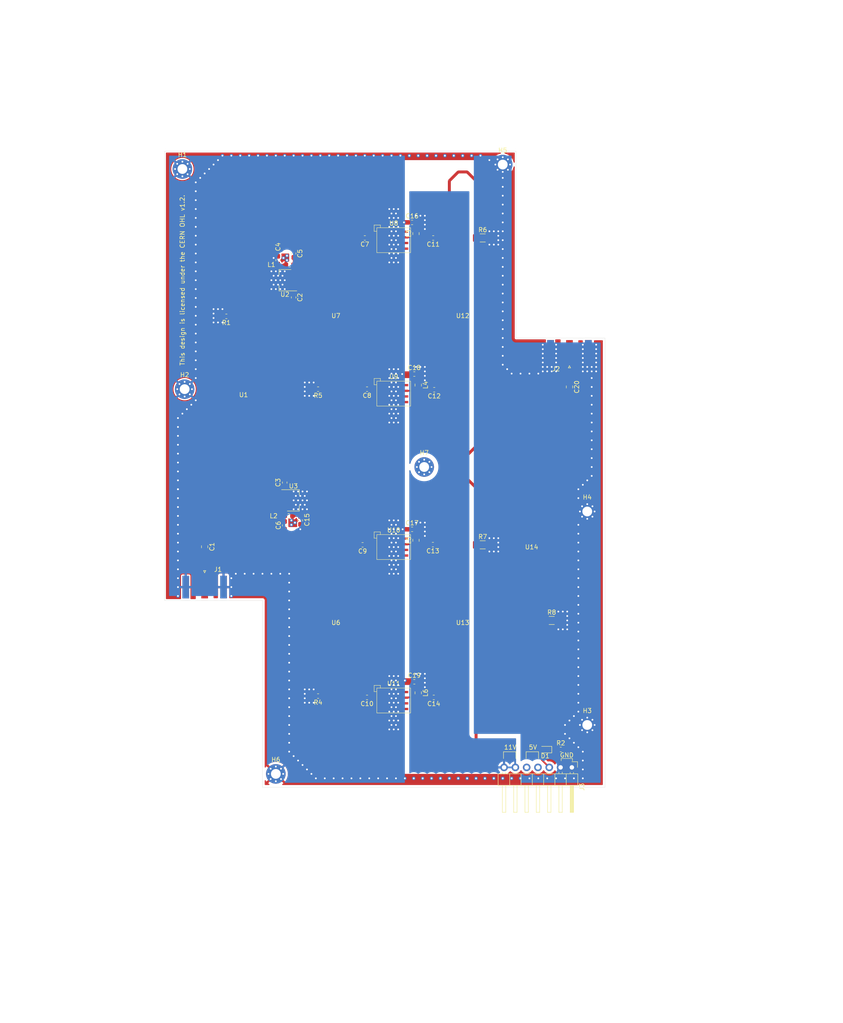
<source format=kicad_pcb>
(kicad_pcb (version 20190905) (host pcbnew "(5.99.0-221-ga18d3cc)")
  (layers (0 "F.Cu" signal) (1 "In1.Cu" signal) (2 "In2.Cu" signal) (31 "B.Cu" signal) (34 "B.Paste" user) (35 "F.Paste" user) (36 "B.SilkS" user) (37 "F.SilkS" user) (38 "B.Mask" user) (39 "F.Mask" user) (44 "Edge.Cuts" user))
  (net 0 "")
  (net 1 "GND")
  (net 2 "Net-(C1-Pad2)")
  (net 3 "Net-(C1-Pad1)")
  (net 4 "Net-(C2-Pad2)")
  (net 5 "Net-(C2-Pad1)")
  (net 6 "Net-(C3-Pad2)")
  (net 7 "Net-(C3-Pad1)")
  (net 8 "+5V")
  (net 9 "Net-(C5-Pad2)")
  (net 10 "Net-(C5-Pad1)")
  (net 11 "Net-(C6-Pad2)")
  (net 12 "Net-(C6-Pad1)")
  (net 13 "Net-(C7-Pad2)")
  (net 14 "Net-(C7-Pad1)")
  (net 15 "Net-(C8-Pad2)")
  (net 16 "Net-(C8-Pad1)")
  (net 17 "Net-(C9-Pad2)")
  (net 18 "Net-(C9-Pad1)")
  (net 19 "Net-(C10-Pad2)")
  (net 20 "Net-(C10-Pad1)")
  (net 21 "Net-(C11-Pad2)")
  (net 22 "Net-(C11-Pad1)")
  (net 23 "Net-(C12-Pad2)")
  (net 24 "Net-(C12-Pad1)")
  (net 25 "Net-(C13-Pad2)")
  (net 26 "Net-(C13-Pad1)")
  (net 27 "Net-(C14-Pad2)")
  (net 28 "Net-(C14-Pad1)")
  (net 29 "+12V")
  (net 30 "Net-(R1-Pad1)")
  (net 31 "Net-(R4-Pad1)")
  (net 32 "Net-(R5-Pad1)")
  (net 33 "Net-(R6-Pad1)")
  (net 34 "Net-(R7-Pad1)")
  (net 35 "Net-(R8-Pad1)")
  (net 36 "Net-(U8-Pad6)")
  (net 37 "Net-(U8-Pad8)")
  (net 38 "Net-(U8-Pad5)")
  (net 39 "Net-(U8-Pad1)")
  (net 40 "Net-(U9-Pad6)")
  (net 41 "Net-(U9-Pad8)")
  (net 42 "Net-(U9-Pad5)")
  (net 43 "Net-(U9-Pad1)")
  (net 44 "Net-(U10-Pad6)")
  (net 45 "Net-(U10-Pad8)")
  (net 46 "Net-(U10-Pad5)")
  (net 47 "Net-(U10-Pad1)")
  (net 48 "Net-(U11-Pad6)")
  (net 49 "Net-(U11-Pad8)")
  (net 50 "Net-(U11-Pad5)")
  (net 51 "Net-(U11-Pad1)")
  (net 52 "Net-(C20-Pad2)")
  (net 53 "Net-(C20-Pad1)")
  (net 54 "Net-(U12-Pad4)")
  (net 55 "Net-(U13-Pad4)")
  (net 56 "/LED")
  (net 57 "Net-(D1-Pad1)")
  (module "MountingHole:MountingHole_2.2mm_M2_Pad_Via" (layer "F.Cu") (at 180.35 160)
    (fp_text reference "H7" (at 0 -3.2) (layer "F.SilkS"))
    (fp_text value "MountingHole_Pad")
    (pad "1" thru_hole circle (at 1.166726 -1.166726) (size 0.7 0.7) (drill 0.4) (layers *.Cu *.Mask) (net 1 "GND"))
    (pad "1" thru_hole circle (at 0 -1.65) (size 0.7 0.7) (drill 0.4) (layers *.Cu *.Mask) (net 1 "GND"))
    (pad "1" thru_hole circle (at -1.166726 -1.166726) (size 0.7 0.7) (drill 0.4) (layers *.Cu *.Mask) (net 1 "GND"))
    (pad "1" thru_hole circle (at -1.65 0) (size 0.7 0.7) (drill 0.4) (layers *.Cu *.Mask) (net 1 "GND"))
    (pad "1" thru_hole circle (at -1.166726 1.166726) (size 0.7 0.7) (drill 0.4) (layers *.Cu *.Mask) (net 1 "GND"))
    (pad "1" thru_hole circle (at 0 1.65) (size 0.7 0.7) (drill 0.4) (layers *.Cu *.Mask) (net 1 "GND"))
    (pad "1" thru_hole circle (at 1.166726 1.166726) (size 0.7 0.7) (drill 0.4) (layers *.Cu *.Mask) (net 1 "GND"))
    (pad "1" thru_hole circle (at 1.65 0) (size 0.7 0.7) (drill 0.4) (layers *.Cu *.Mask) (net 1 "GND"))
    (pad "1" thru_hole circle (at 0 0) (size 4.4 4.4) (drill 2.2) (layers *.Cu *.Mask) (net 1 "GND"))
  )
  (module "MountingHole:MountingHole_2.2mm_M2_Pad_Via" (layer "F.Cu") (at 147 229)
    (fp_text reference "H6" (at 0 -3.2) (layer "F.SilkS"))
    (fp_text value "MountingHole_Pad")
    (pad "1" thru_hole circle (at 1.166726 -1.166726) (size 0.7 0.7) (drill 0.4) (layers *.Cu *.Mask) (net 1 "GND"))
    (pad "1" thru_hole circle (at 0 -1.65) (size 0.7 0.7) (drill 0.4) (layers *.Cu *.Mask) (net 1 "GND"))
    (pad "1" thru_hole circle (at -1.166726 -1.166726) (size 0.7 0.7) (drill 0.4) (layers *.Cu *.Mask) (net 1 "GND"))
    (pad "1" thru_hole circle (at -1.65 0) (size 0.7 0.7) (drill 0.4) (layers *.Cu *.Mask) (net 1 "GND"))
    (pad "1" thru_hole circle (at -1.166726 1.166726) (size 0.7 0.7) (drill 0.4) (layers *.Cu *.Mask) (net 1 "GND"))
    (pad "1" thru_hole circle (at 0 1.65) (size 0.7 0.7) (drill 0.4) (layers *.Cu *.Mask) (net 1 "GND"))
    (pad "1" thru_hole circle (at 1.166726 1.166726) (size 0.7 0.7) (drill 0.4) (layers *.Cu *.Mask) (net 1 "GND"))
    (pad "1" thru_hole circle (at 1.65 0) (size 0.7 0.7) (drill 0.4) (layers *.Cu *.Mask) (net 1 "GND"))
    (pad "1" thru_hole circle (at 0 0) (size 4.4 4.4) (drill 2.2) (layers *.Cu *.Mask) (net 1 "GND"))
  )
  (module "MountingHole:MountingHole_2.2mm_M2_Pad_Via" (layer "F.Cu") (at 198 92)
    (fp_text reference "H5" (at 0 -3.2) (layer "F.SilkS"))
    (fp_text value "MountingHole_Pad")
    (pad "1" thru_hole circle (at 1.166726 -1.166726) (size 0.7 0.7) (drill 0.4) (layers *.Cu *.Mask) (net 1 "GND"))
    (pad "1" thru_hole circle (at 0 -1.65) (size 0.7 0.7) (drill 0.4) (layers *.Cu *.Mask) (net 1 "GND"))
    (pad "1" thru_hole circle (at -1.166726 -1.166726) (size 0.7 0.7) (drill 0.4) (layers *.Cu *.Mask) (net 1 "GND"))
    (pad "1" thru_hole circle (at -1.65 0) (size 0.7 0.7) (drill 0.4) (layers *.Cu *.Mask) (net 1 "GND"))
    (pad "1" thru_hole circle (at -1.166726 1.166726) (size 0.7 0.7) (drill 0.4) (layers *.Cu *.Mask) (net 1 "GND"))
    (pad "1" thru_hole circle (at 0 1.65) (size 0.7 0.7) (drill 0.4) (layers *.Cu *.Mask) (net 1 "GND"))
    (pad "1" thru_hole circle (at 1.166726 1.166726) (size 0.7 0.7) (drill 0.4) (layers *.Cu *.Mask) (net 1 "GND"))
    (pad "1" thru_hole circle (at 1.65 0) (size 0.7 0.7) (drill 0.4) (layers *.Cu *.Mask) (net 1 "GND"))
    (pad "1" thru_hole circle (at 0 0) (size 4.4 4.4) (drill 2.2) (layers *.Cu *.Mask) (net 1 "GND"))
  )
  (module "MountingHole:MountingHole_2.2mm_M2_Pad_Via" (layer "F.Cu") (at 217 170)
    (fp_text reference "H4" (at 0 -3.2) (layer "F.SilkS"))
    (fp_text value "MountingHole_Pad")
    (pad "1" thru_hole circle (at 1.166726 -1.166726) (size 0.7 0.7) (drill 0.4) (layers *.Cu *.Mask) (net 1 "GND"))
    (pad "1" thru_hole circle (at 0 -1.65) (size 0.7 0.7) (drill 0.4) (layers *.Cu *.Mask) (net 1 "GND"))
    (pad "1" thru_hole circle (at -1.166726 -1.166726) (size 0.7 0.7) (drill 0.4) (layers *.Cu *.Mask) (net 1 "GND"))
    (pad "1" thru_hole circle (at -1.65 0) (size 0.7 0.7) (drill 0.4) (layers *.Cu *.Mask) (net 1 "GND"))
    (pad "1" thru_hole circle (at -1.166726 1.166726) (size 0.7 0.7) (drill 0.4) (layers *.Cu *.Mask) (net 1 "GND"))
    (pad "1" thru_hole circle (at 0 1.65) (size 0.7 0.7) (drill 0.4) (layers *.Cu *.Mask) (net 1 "GND"))
    (pad "1" thru_hole circle (at 1.166726 1.166726) (size 0.7 0.7) (drill 0.4) (layers *.Cu *.Mask) (net 1 "GND"))
    (pad "1" thru_hole circle (at 1.65 0) (size 0.7 0.7) (drill 0.4) (layers *.Cu *.Mask) (net 1 "GND"))
    (pad "1" thru_hole circle (at 0 0) (size 4.4 4.4) (drill 2.2) (layers *.Cu *.Mask) (net 1 "GND"))
  )
  (module "MountingHole:MountingHole_2.2mm_M2_Pad_Via" (layer "F.Cu") (at 217 218)
    (fp_text reference "H3" (at 0 -3.2) (layer "F.SilkS"))
    (fp_text value "MountingHole_Pad")
    (pad "1" thru_hole circle (at 1.166726 -1.166726) (size 0.7 0.7) (drill 0.4) (layers *.Cu *.Mask) (net 1 "GND"))
    (pad "1" thru_hole circle (at 0 -1.65) (size 0.7 0.7) (drill 0.4) (layers *.Cu *.Mask) (net 1 "GND"))
    (pad "1" thru_hole circle (at -1.166726 -1.166726) (size 0.7 0.7) (drill 0.4) (layers *.Cu *.Mask) (net 1 "GND"))
    (pad "1" thru_hole circle (at -1.65 0) (size 0.7 0.7) (drill 0.4) (layers *.Cu *.Mask) (net 1 "GND"))
    (pad "1" thru_hole circle (at -1.166726 1.166726) (size 0.7 0.7) (drill 0.4) (layers *.Cu *.Mask) (net 1 "GND"))
    (pad "1" thru_hole circle (at 0 1.65) (size 0.7 0.7) (drill 0.4) (layers *.Cu *.Mask) (net 1 "GND"))
    (pad "1" thru_hole circle (at 1.166726 1.166726) (size 0.7 0.7) (drill 0.4) (layers *.Cu *.Mask) (net 1 "GND"))
    (pad "1" thru_hole circle (at 1.65 0) (size 0.7 0.7) (drill 0.4) (layers *.Cu *.Mask) (net 1 "GND"))
    (pad "1" thru_hole circle (at 0 0) (size 4.4 4.4) (drill 2.2) (layers *.Cu *.Mask) (net 1 "GND"))
  )
  (module "MountingHole:MountingHole_2.2mm_M2_Pad_Via" (layer "F.Cu") (at 126.5 142.5)
    (fp_text reference "H2" (at 0 -3.2) (layer "F.SilkS"))
    (fp_text value "MountingHole_Pad")
    (pad "1" thru_hole circle (at 1.166726 -1.166726) (size 0.7 0.7) (drill 0.4) (layers *.Cu *.Mask) (net 1 "GND"))
    (pad "1" thru_hole circle (at 0 -1.65) (size 0.7 0.7) (drill 0.4) (layers *.Cu *.Mask) (net 1 "GND"))
    (pad "1" thru_hole circle (at -1.166726 -1.166726) (size 0.7 0.7) (drill 0.4) (layers *.Cu *.Mask) (net 1 "GND"))
    (pad "1" thru_hole circle (at -1.65 0) (size 0.7 0.7) (drill 0.4) (layers *.Cu *.Mask) (net 1 "GND"))
    (pad "1" thru_hole circle (at -1.166726 1.166726) (size 0.7 0.7) (drill 0.4) (layers *.Cu *.Mask) (net 1 "GND"))
    (pad "1" thru_hole circle (at 0 1.65) (size 0.7 0.7) (drill 0.4) (layers *.Cu *.Mask) (net 1 "GND"))
    (pad "1" thru_hole circle (at 1.166726 1.166726) (size 0.7 0.7) (drill 0.4) (layers *.Cu *.Mask) (net 1 "GND"))
    (pad "1" thru_hole circle (at 1.65 0) (size 0.7 0.7) (drill 0.4) (layers *.Cu *.Mask) (net 1 "GND"))
    (pad "1" thru_hole circle (at 0 0) (size 4.4 4.4) (drill 2.2) (layers *.Cu *.Mask) (net 1 "GND"))
  )
  (module "MountingHole:MountingHole_2.2mm_M2_Pad_Via" (layer "F.Cu") (at 126 93)
    (fp_text reference "H1" (at 0 -3.2) (layer "F.SilkS"))
    (fp_text value "MountingHole_Pad")
    (pad "1" thru_hole circle (at 1.166726 -1.166726) (size 0.7 0.7) (drill 0.4) (layers *.Cu *.Mask) (net 1 "GND"))
    (pad "1" thru_hole circle (at 0 -1.65) (size 0.7 0.7) (drill 0.4) (layers *.Cu *.Mask) (net 1 "GND"))
    (pad "1" thru_hole circle (at -1.166726 -1.166726) (size 0.7 0.7) (drill 0.4) (layers *.Cu *.Mask) (net 1 "GND"))
    (pad "1" thru_hole circle (at -1.65 0) (size 0.7 0.7) (drill 0.4) (layers *.Cu *.Mask) (net 1 "GND"))
    (pad "1" thru_hole circle (at -1.166726 1.166726) (size 0.7 0.7) (drill 0.4) (layers *.Cu *.Mask) (net 1 "GND"))
    (pad "1" thru_hole circle (at 0 1.65) (size 0.7 0.7) (drill 0.4) (layers *.Cu *.Mask) (net 1 "GND"))
    (pad "1" thru_hole circle (at 1.166726 1.166726) (size 0.7 0.7) (drill 0.4) (layers *.Cu *.Mask) (net 1 "GND"))
    (pad "1" thru_hole circle (at 1.65 0) (size 0.7 0.7) (drill 0.4) (layers *.Cu *.Mask) (net 1 "GND"))
    (pad "1" thru_hole circle (at 0 0) (size 4.4 4.4) (drill 2.2) (layers *.Cu *.Mask) (net 1 "GND"))
  )
  (module "Capacitor_SMD:C_0603_1608Metric_Pad1.05x0.95mm_HandSolder" (layer "F.Cu") (at 152.5 172 90)
    (fp_text reference "C15" (at 0.125 1.5 90) (layer "F.SilkS"))
    (fp_text value "C")
    (pad "2" smd roundrect (at 0.875 0 90) (size 1.05 0.95) (layers "F.Cu" "F.Paste" "F.Mask") (net 8 "+5V"))
    (pad "1" smd roundrect (at -0.875 0 90) (size 1.05 0.95) (layers "F.Cu" "F.Paste" "F.Mask") (net 1 "GND"))
  )
  (module "gva-pha202amp:DL1636" (layer "F.Cu") (at 173.5 212.5)
    (fp_text reference "U11" (at 0 -3.8) (layer "F.SilkS"))
    (fp_text value "PHA-202+")
    (pad "7" smd rect (at 2.76 -0.635 180) (size 1.02 0.51) (layers "F.Cu" "F.Paste" "F.Mask") (net 27 "Net-(C14-Pad2)"))
    (pad "6" smd rect (at 2.76 0.635 180) (size 1.02 0.51) (layers "F.Cu" "F.Paste" "F.Mask") (net 48 "Net-(U11-Pad6)"))
    (pad "8" smd rect (at 2.76 -1.905 180) (size 1.02 0.51) (layers "F.Cu" "F.Paste" "F.Mask") (net 49 "Net-(U11-Pad8)"))
    (pad "5" smd rect (at 2.76 1.905 180) (size 1.02 0.51) (layers "F.Cu" "F.Paste" "F.Mask") (net 50 "Net-(U11-Pad5)"))
    (pad "4" smd rect (at -2.76 1.905) (size 1.02 0.51) (layers "F.Cu" "F.Paste" "F.Mask"))
    (pad "3" smd rect (at -2.76 0.635) (size 1.02 0.51) (layers "F.Cu" "F.Paste" "F.Mask"))
    (pad "2" smd rect (at -2.76 -0.635) (size 1.02 0.51) (layers "F.Cu" "F.Paste" "F.Mask") (net 20 "Net-(C10-Pad1)"))
    (pad "1" smd rect (at -2.76 -1.905) (size 1.02 0.51) (layers "F.Cu" "F.Paste" "F.Mask") (net 51 "Net-(U11-Pad1)"))
    (pad "P" smd roundrect (at 0 0) (size 3.94 4.11) (layers "F.Cu" "F.Paste" "F.Mask") (roundrect_rratio 0.09) (chamfer_ratio 0.2) (chamfer top_left) (net 1 "GND"))
  )
  (module "Resistor_SMD:R_0603_1608Metric" (layer "F.Cu") (at 211.05 223.5)
    (fp_text reference "R2" (at 0 -1.43) (layer "F.SilkS"))
    (fp_text value "300")
    (pad "2" smd roundrect (at 0.7875 0) (size 0.875 0.95) (layers "F.Cu" "F.Paste" "F.Mask") (net 1 "GND"))
    (pad "1" smd roundrect (at -0.7875 0) (size 0.875 0.95) (layers "F.Cu" "F.Paste" "F.Mask") (net 57 "Net-(D1-Pad1)"))
  )
  (module "Connector_PinHeader_2.54mm:PinHeader_1x07_P2.54mm_Horizontal" (layer "F.Cu") (at 213.54 227.54 -90)
    (fp_text reference "J3" (at 4.385 -2.27 90) (layer "F.SilkS"))
    (fp_text value "Conn_01x07")
    (pad "7" thru_hole oval (at 0 15.24 270) (size 1.7 1.7) (drill 1) (layers *.Cu *.Mask) (net 29 "+12V"))
    (pad "6" thru_hole oval (at 0 12.7 270) (size 1.7 1.7) (drill 1) (layers *.Cu *.Mask) (net 29 "+12V"))
    (pad "5" thru_hole oval (at 0 10.16 270) (size 1.7 1.7) (drill 1) (layers *.Cu *.Mask) (net 8 "+5V"))
    (pad "4" thru_hole oval (at 0 7.62 270) (size 1.7 1.7) (drill 1) (layers *.Cu *.Mask) (net 8 "+5V"))
    (pad "3" thru_hole oval (at 0 5.08 270) (size 1.7 1.7) (drill 1) (layers *.Cu *.Mask) (net 56 "/LED"))
    (pad "2" thru_hole oval (at 0 2.54 270) (size 1.7 1.7) (drill 1) (layers *.Cu *.Mask) (net 1 "GND"))
    (pad "1" thru_hole rect (at 0 0 270) (size 1.7 1.7) (drill 1) (layers *.Cu *.Mask) (net 1 "GND"))
  )
  (module "LED_SMD:LED_0603_1608Metric" (layer "F.Cu") (at 207.54 223.54 180)
    (fp_text reference "D1" (at 0 -1.43) (layer "F.SilkS"))
    (fp_text value "LED")
    (pad "2" smd roundrect (at 0.7875 0 180) (size 0.875 0.95) (layers "F.Cu" "F.Paste" "F.Mask") (net 56 "/LED"))
    (pad "1" smd roundrect (at -0.7875 0 180) (size 0.875 0.95) (layers "F.Cu" "F.Paste" "F.Mask") (net 57 "Net-(D1-Pad1)"))
  )
  (module "gva-pha202amp:hybrid-branchline-coupler-1249" (layer "F.Cu") (at 204.5 177.5)
    (fp_text reference "U14" (at 0 0.5) (layer "F.SilkS"))
    (fp_text value "hybridcoupler")
    (fp_poly (pts (xy 1 -32.172) (xy 1.233 -32.076) (xy 1 -31.842)) (layer "F.Cu") (width 0.001))
    (fp_poly (pts (xy -1 -32.172) (xy -1.233 -32.076) (xy -0.999 -31.842)) (layer "F.Cu") (width 0.001))
    (fp_poly (pts (xy 3.233 -30.076) (xy 3.33 -29.842) (xy 2.997 -29.841)) (layer "F.Cu") (width 0.001))
    (fp_poly (pts (xy -3.233 -30.076) (xy -3.33 -29.842) (xy -2.997 -29.841)) (layer "F.Cu") (width 0.001))
    (fp_poly (pts (xy 3.243 30.076) (xy 3.34 29.842) (xy 3.007 29.841)) (layer "F.Cu") (width 0.001))
    (fp_poly (pts (xy -0.99 32.172) (xy -1.223 32.076) (xy -0.99 31.842)) (layer "F.Cu") (width 0.001))
    (fp_poly (pts (xy 1.01 32.172) (xy 1.243 32.076) (xy 1.009 31.842)) (layer "F.Cu") (width 0.001))
    (fp_poly (pts (xy -3.223 30.076) (xy -3.32 29.842) (xy -2.987 29.841)) (layer "F.Cu") (width 0.001))
    (fp_poly (pts (xy -3.19 -17.101) (xy -2.81 -17.101) (xy -2.81 17.101) (xy -3.19 17.101)) (layer "F.Cu") (width 0.001))
    (fp_poly (pts (xy 2.81 -17.101) (xy 3.19 -17.101) (xy 3.19 17.101) (xy 2.81 17.101)) (layer "F.Cu") (width 0.001))
    (pad "4" smd rect (at 3.01 23.47 180) (size 0.66 12.7446) (layers "F.Cu" "F.Paste" "F.Mask") (net 35 "Net-(R8-Pad1)"))
    (pad "2" smd rect (at -2.99 23.47 180) (size 0.66 12.7446) (layers "F.Cu" "F.Paste" "F.Mask") (net 55 "Net-(U13-Pad4)"))
    (pad "" smd rect (at 2.01 30.843 315) (size 0.66 2.8284) (layers "F.Cu" "F.Paste" "F.Mask"))
    (pad "" smd rect (at 0.51 31.842 90) (size 0.66 1) (layers "F.Cu" "F.Paste" "F.Mask"))
    (pad "" smd rect (at -1.99 30.843 45) (size 0.66 2.8284) (layers "F.Cu" "F.Paste" "F.Mask"))
    (pad "" smd rect (at -0.49 31.842 270) (size 0.66 1) (layers "F.Cu" "F.Paste" "F.Mask"))
    (pad "" smd rect (at 2 -30.843 225) (size 0.66 2.8284) (layers "F.Cu" "F.Paste" "F.Mask"))
    (pad "" smd rect (at 0.5 -31.842 90) (size 0.66 1) (layers "F.Cu" "F.Paste" "F.Mask"))
    (pad "" smd rect (at -0.5 -31.842 270) (size 0.66 1) (layers "F.Cu" "F.Paste" "F.Mask"))
    (pad "" smd rect (at -2 -30.843 135) (size 0.66 2.8284) (layers "F.Cu" "F.Paste" "F.Mask"))
    (pad "3" smd rect (at 3 -23.47) (size 0.66 12.7446) (layers "F.Cu" "F.Paste" "F.Mask") (net 52 "Net-(C20-Pad2)"))
    (pad "1" smd rect (at -3 -23.47) (size 0.66 12.7446) (layers "F.Cu" "F.Paste" "F.Mask") (net 54 "Net-(U12-Pad4)"))
    (pad "3" smd rect (at 3 -17.1015) (size 0.2 0.2) (layers "F.Cu" "F.Paste" "F.Mask") (net 52 "Net-(C20-Pad2)"))
    (pad "4" smd rect (at 3 17.1015) (size 0.2 0.2) (layers "F.Cu" "F.Paste" "F.Mask") (net 35 "Net-(R8-Pad1)"))
    (pad "2" smd rect (at -3 17.1015) (size 0.2 0.2) (layers "F.Cu" "F.Paste" "F.Mask") (net 55 "Net-(U13-Pad4)"))
    (pad "1" smd rect (at -3 -17.1015) (size 0.2 0.2) (layers "F.Cu" "F.Paste" "F.Mask") (net 54 "Net-(U12-Pad4)"))
  )
  (module "gva-pha202amp:hybrid-branchline-coupler-1249" (layer "F.Cu") (at 189 194.5)
    (fp_text reference "U13" (at 0 0.5) (layer "F.SilkS"))
    (fp_text value "hybridcoupler")
    (fp_poly (pts (xy 1 -32.172) (xy 1.233 -32.076) (xy 1 -31.842)) (layer "F.Cu") (width 0.001))
    (fp_poly (pts (xy -1 -32.172) (xy -1.233 -32.076) (xy -0.999 -31.842)) (layer "F.Cu") (width 0.001))
    (fp_poly (pts (xy 3.233 -30.076) (xy 3.33 -29.842) (xy 2.997 -29.841)) (layer "F.Cu") (width 0.001))
    (fp_poly (pts (xy -3.233 -30.076) (xy -3.33 -29.842) (xy -2.997 -29.841)) (layer "F.Cu") (width 0.001))
    (fp_poly (pts (xy 3.243 30.076) (xy 3.34 29.842) (xy 3.007 29.841)) (layer "F.Cu") (width 0.001))
    (fp_poly (pts (xy -0.99 32.172) (xy -1.223 32.076) (xy -0.99 31.842)) (layer "F.Cu") (width 0.001))
    (fp_poly (pts (xy 1.01 32.172) (xy 1.243 32.076) (xy 1.009 31.842)) (layer "F.Cu") (width 0.001))
    (fp_poly (pts (xy -3.223 30.076) (xy -3.32 29.842) (xy -2.987 29.841)) (layer "F.Cu") (width 0.001))
    (fp_poly (pts (xy -3.19 -17.101) (xy -2.81 -17.101) (xy -2.81 17.101) (xy -3.19 17.101)) (layer "F.Cu") (width 0.001))
    (fp_poly (pts (xy 2.81 -17.101) (xy 3.19 -17.101) (xy 3.19 17.101) (xy 2.81 17.101)) (layer "F.Cu") (width 0.001))
    (pad "4" smd rect (at 3.01 23.47 180) (size 0.66 12.7446) (layers "F.Cu" "F.Paste" "F.Mask") (net 55 "Net-(U13-Pad4)"))
    (pad "2" smd rect (at -2.99 23.47 180) (size 0.66 12.7446) (layers "F.Cu" "F.Paste" "F.Mask") (net 28 "Net-(C14-Pad1)"))
    (pad "" smd rect (at 2.01 30.843 315) (size 0.66 2.8284) (layers "F.Cu" "F.Paste" "F.Mask"))
    (pad "" smd rect (at 0.51 31.842 90) (size 0.66 1) (layers "F.Cu" "F.Paste" "F.Mask"))
    (pad "" smd rect (at -1.99 30.843 45) (size 0.66 2.8284) (layers "F.Cu" "F.Paste" "F.Mask"))
    (pad "" smd rect (at -0.49 31.842 270) (size 0.66 1) (layers "F.Cu" "F.Paste" "F.Mask"))
    (pad "" smd rect (at 2 -30.843 225) (size 0.66 2.8284) (layers "F.Cu" "F.Paste" "F.Mask"))
    (pad "" smd rect (at 0.5 -31.842 90) (size 0.66 1) (layers "F.Cu" "F.Paste" "F.Mask"))
    (pad "" smd rect (at -0.5 -31.842 270) (size 0.66 1) (layers "F.Cu" "F.Paste" "F.Mask"))
    (pad "" smd rect (at -2 -30.843 135) (size 0.66 2.8284) (layers "F.Cu" "F.Paste" "F.Mask"))
    (pad "3" smd rect (at 3 -23.47) (size 0.66 12.7446) (layers "F.Cu" "F.Paste" "F.Mask") (net 34 "Net-(R7-Pad1)"))
    (pad "1" smd rect (at -3 -23.47) (size 0.66 12.7446) (layers "F.Cu" "F.Paste" "F.Mask") (net 26 "Net-(C13-Pad1)"))
    (pad "3" smd rect (at 3 -17.1015) (size 0.2 0.2) (layers "F.Cu" "F.Paste" "F.Mask") (net 34 "Net-(R7-Pad1)"))
    (pad "4" smd rect (at 3 17.1015) (size 0.2 0.2) (layers "F.Cu" "F.Paste" "F.Mask") (net 55 "Net-(U13-Pad4)"))
    (pad "2" smd rect (at -3 17.1015) (size 0.2 0.2) (layers "F.Cu" "F.Paste" "F.Mask") (net 28 "Net-(C14-Pad1)"))
    (pad "1" smd rect (at -3 -17.1015) (size 0.2 0.2) (layers "F.Cu" "F.Paste" "F.Mask") (net 26 "Net-(C13-Pad1)"))
  )
  (module "gva-pha202amp:hybrid-branchline-coupler-1249" (layer "F.Cu") (at 189 125.5)
    (fp_text reference "U12" (at 0 0.5) (layer "F.SilkS"))
    (fp_text value "hybridcoupler")
    (fp_poly (pts (xy 1 -32.172) (xy 1.233 -32.076) (xy 1 -31.842)) (layer "F.Cu") (width 0.001))
    (fp_poly (pts (xy -1 -32.172) (xy -1.233 -32.076) (xy -0.999 -31.842)) (layer "F.Cu") (width 0.001))
    (fp_poly (pts (xy 3.233 -30.076) (xy 3.33 -29.842) (xy 2.997 -29.841)) (layer "F.Cu") (width 0.001))
    (fp_poly (pts (xy -3.233 -30.076) (xy -3.33 -29.842) (xy -2.997 -29.841)) (layer "F.Cu") (width 0.001))
    (fp_poly (pts (xy 3.243 30.076) (xy 3.34 29.842) (xy 3.007 29.841)) (layer "F.Cu") (width 0.001))
    (fp_poly (pts (xy -0.99 32.172) (xy -1.223 32.076) (xy -0.99 31.842)) (layer "F.Cu") (width 0.001))
    (fp_poly (pts (xy 1.01 32.172) (xy 1.243 32.076) (xy 1.009 31.842)) (layer "F.Cu") (width 0.001))
    (fp_poly (pts (xy -3.223 30.076) (xy -3.32 29.842) (xy -2.987 29.841)) (layer "F.Cu") (width 0.001))
    (fp_poly (pts (xy -3.19 -17.101) (xy -2.81 -17.101) (xy -2.81 17.101) (xy -3.19 17.101)) (layer "F.Cu") (width 0.001))
    (fp_poly (pts (xy 2.81 -17.101) (xy 3.19 -17.101) (xy 3.19 17.101) (xy 2.81 17.101)) (layer "F.Cu") (width 0.001))
    (pad "4" smd rect (at 3.01 23.47 180) (size 0.66 12.7446) (layers "F.Cu" "F.Paste" "F.Mask") (net 54 "Net-(U12-Pad4)"))
    (pad "2" smd rect (at -2.99 23.47 180) (size 0.66 12.7446) (layers "F.Cu" "F.Paste" "F.Mask") (net 24 "Net-(C12-Pad1)"))
    (pad "" smd rect (at 2.01 30.843 315) (size 0.66 2.8284) (layers "F.Cu" "F.Paste" "F.Mask"))
    (pad "" smd rect (at 0.51 31.842 90) (size 0.66 1) (layers "F.Cu" "F.Paste" "F.Mask"))
    (pad "" smd rect (at -1.99 30.843 45) (size 0.66 2.8284) (layers "F.Cu" "F.Paste" "F.Mask"))
    (pad "" smd rect (at -0.49 31.842 270) (size 0.66 1) (layers "F.Cu" "F.Paste" "F.Mask"))
    (pad "" smd rect (at 2 -30.843 225) (size 0.66 2.8284) (layers "F.Cu" "F.Paste" "F.Mask"))
    (pad "" smd rect (at 0.5 -31.842 90) (size 0.66 1) (layers "F.Cu" "F.Paste" "F.Mask"))
    (pad "" smd rect (at -0.5 -31.842 270) (size 0.66 1) (layers "F.Cu" "F.Paste" "F.Mask"))
    (pad "" smd rect (at -2 -30.843 135) (size 0.66 2.8284) (layers "F.Cu" "F.Paste" "F.Mask"))
    (pad "3" smd rect (at 3 -23.47) (size 0.66 12.7446) (layers "F.Cu" "F.Paste" "F.Mask") (net 33 "Net-(R6-Pad1)"))
    (pad "1" smd rect (at -3 -23.47) (size 0.66 12.7446) (layers "F.Cu" "F.Paste" "F.Mask") (net 22 "Net-(C11-Pad1)"))
    (pad "3" smd rect (at 3 -17.1015) (size 0.2 0.2) (layers "F.Cu" "F.Paste" "F.Mask") (net 33 "Net-(R6-Pad1)"))
    (pad "4" smd rect (at 3 17.1015) (size 0.2 0.2) (layers "F.Cu" "F.Paste" "F.Mask") (net 54 "Net-(U12-Pad4)"))
    (pad "2" smd rect (at -3 17.1015) (size 0.2 0.2) (layers "F.Cu" "F.Paste" "F.Mask") (net 24 "Net-(C12-Pad1)"))
    (pad "1" smd rect (at -3 -17.1015) (size 0.2 0.2) (layers "F.Cu" "F.Paste" "F.Mask") (net 22 "Net-(C11-Pad1)"))
  )
  (module "gva-pha202amp:hybrid-branchline-coupler-1249" (layer "F.Cu") (at 160.5 125.5)
    (fp_text reference "U7" (at 0 0.5) (layer "F.SilkS"))
    (fp_text value "hybridcoupler")
    (fp_poly (pts (xy 1 -32.172) (xy 1.233 -32.076) (xy 1 -31.842)) (layer "F.Cu") (width 0.001))
    (fp_poly (pts (xy -1 -32.172) (xy -1.233 -32.076) (xy -0.999 -31.842)) (layer "F.Cu") (width 0.001))
    (fp_poly (pts (xy 3.233 -30.076) (xy 3.33 -29.842) (xy 2.997 -29.841)) (layer "F.Cu") (width 0.001))
    (fp_poly (pts (xy -3.233 -30.076) (xy -3.33 -29.842) (xy -2.997 -29.841)) (layer "F.Cu") (width 0.001))
    (fp_poly (pts (xy 3.243 30.076) (xy 3.34 29.842) (xy 3.007 29.841)) (layer "F.Cu") (width 0.001))
    (fp_poly (pts (xy -0.99 32.172) (xy -1.223 32.076) (xy -0.99 31.842)) (layer "F.Cu") (width 0.001))
    (fp_poly (pts (xy 1.01 32.172) (xy 1.243 32.076) (xy 1.009 31.842)) (layer "F.Cu") (width 0.001))
    (fp_poly (pts (xy -3.223 30.076) (xy -3.32 29.842) (xy -2.987 29.841)) (layer "F.Cu") (width 0.001))
    (fp_poly (pts (xy -3.19 -17.101) (xy -2.81 -17.101) (xy -2.81 17.101) (xy -3.19 17.101)) (layer "F.Cu") (width 0.001))
    (fp_poly (pts (xy 2.81 -17.101) (xy 3.19 -17.101) (xy 3.19 17.101) (xy 2.81 17.101)) (layer "F.Cu") (width 0.001))
    (pad "4" smd rect (at 3.01 23.47 180) (size 0.66 12.7446) (layers "F.Cu" "F.Paste" "F.Mask") (net 15 "Net-(C8-Pad2)"))
    (pad "2" smd rect (at -2.99 23.47 180) (size 0.66 12.7446) (layers "F.Cu" "F.Paste" "F.Mask") (net 32 "Net-(R5-Pad1)"))
    (pad "" smd rect (at 2.01 30.843 315) (size 0.66 2.8284) (layers "F.Cu" "F.Paste" "F.Mask"))
    (pad "" smd rect (at 0.51 31.842 90) (size 0.66 1) (layers "F.Cu" "F.Paste" "F.Mask"))
    (pad "" smd rect (at -1.99 30.843 45) (size 0.66 2.8284) (layers "F.Cu" "F.Paste" "F.Mask"))
    (pad "" smd rect (at -0.49 31.842 270) (size 0.66 1) (layers "F.Cu" "F.Paste" "F.Mask"))
    (pad "" smd rect (at 2 -30.843 225) (size 0.66 2.8284) (layers "F.Cu" "F.Paste" "F.Mask"))
    (pad "" smd rect (at 0.5 -31.842 90) (size 0.66 1) (layers "F.Cu" "F.Paste" "F.Mask"))
    (pad "" smd rect (at -0.5 -31.842 270) (size 0.66 1) (layers "F.Cu" "F.Paste" "F.Mask"))
    (pad "" smd rect (at -2 -30.843 135) (size 0.66 2.8284) (layers "F.Cu" "F.Paste" "F.Mask"))
    (pad "3" smd rect (at 3 -23.47) (size 0.66 12.7446) (layers "F.Cu" "F.Paste" "F.Mask") (net 13 "Net-(C7-Pad2)"))
    (pad "1" smd rect (at -3 -23.47) (size 0.66 12.7446) (layers "F.Cu" "F.Paste" "F.Mask") (net 10 "Net-(C5-Pad1)"))
    (pad "3" smd rect (at 3 -17.1015) (size 0.2 0.2) (layers "F.Cu" "F.Paste" "F.Mask") (net 13 "Net-(C7-Pad2)"))
    (pad "4" smd rect (at 3 17.1015) (size 0.2 0.2) (layers "F.Cu" "F.Paste" "F.Mask") (net 15 "Net-(C8-Pad2)"))
    (pad "2" smd rect (at -3 17.1015) (size 0.2 0.2) (layers "F.Cu" "F.Paste" "F.Mask") (net 32 "Net-(R5-Pad1)"))
    (pad "1" smd rect (at -3 -17.1015) (size 0.2 0.2) (layers "F.Cu" "F.Paste" "F.Mask") (net 10 "Net-(C5-Pad1)"))
  )
  (module "gva-pha202amp:hybrid-branchline-coupler-1249" (layer "F.Cu") (at 160.5 194.5)
    (fp_text reference "U6" (at 0 0.5) (layer "F.SilkS"))
    (fp_text value "hybridcoupler")
    (fp_poly (pts (xy 1 -32.172) (xy 1.233 -32.076) (xy 1 -31.842)) (layer "F.Cu") (width 0.001))
    (fp_poly (pts (xy -1 -32.172) (xy -1.233 -32.076) (xy -0.999 -31.842)) (layer "F.Cu") (width 0.001))
    (fp_poly (pts (xy 3.233 -30.076) (xy 3.33 -29.842) (xy 2.997 -29.841)) (layer "F.Cu") (width 0.001))
    (fp_poly (pts (xy -3.233 -30.076) (xy -3.33 -29.842) (xy -2.997 -29.841)) (layer "F.Cu") (width 0.001))
    (fp_poly (pts (xy 3.243 30.076) (xy 3.34 29.842) (xy 3.007 29.841)) (layer "F.Cu") (width 0.001))
    (fp_poly (pts (xy -0.99 32.172) (xy -1.223 32.076) (xy -0.99 31.842)) (layer "F.Cu") (width 0.001))
    (fp_poly (pts (xy 1.01 32.172) (xy 1.243 32.076) (xy 1.009 31.842)) (layer "F.Cu") (width 0.001))
    (fp_poly (pts (xy -3.223 30.076) (xy -3.32 29.842) (xy -2.987 29.841)) (layer "F.Cu") (width 0.001))
    (fp_poly (pts (xy -3.19 -17.101) (xy -2.81 -17.101) (xy -2.81 17.101) (xy -3.19 17.101)) (layer "F.Cu") (width 0.001))
    (fp_poly (pts (xy 2.81 -17.101) (xy 3.19 -17.101) (xy 3.19 17.101) (xy 2.81 17.101)) (layer "F.Cu") (width 0.001))
    (pad "4" smd rect (at 3.01 23.47 180) (size 0.66 12.7446) (layers "F.Cu" "F.Paste" "F.Mask") (net 19 "Net-(C10-Pad2)"))
    (pad "2" smd rect (at -2.99 23.47 180) (size 0.66 12.7446) (layers "F.Cu" "F.Paste" "F.Mask") (net 31 "Net-(R4-Pad1)"))
    (pad "" smd rect (at 2.01 30.843 315) (size 0.66 2.8284) (layers "F.Cu" "F.Paste" "F.Mask"))
    (pad "" smd rect (at 0.51 31.842 90) (size 0.66 1) (layers "F.Cu" "F.Paste" "F.Mask"))
    (pad "" smd rect (at -1.99 30.843 45) (size 0.66 2.8284) (layers "F.Cu" "F.Paste" "F.Mask"))
    (pad "" smd rect (at -0.49 31.842 270) (size 0.66 1) (layers "F.Cu" "F.Paste" "F.Mask"))
    (pad "" smd rect (at 2 -30.843 225) (size 0.66 2.8284) (layers "F.Cu" "F.Paste" "F.Mask"))
    (pad "" smd rect (at 0.5 -31.842 90) (size 0.66 1) (layers "F.Cu" "F.Paste" "F.Mask"))
    (pad "" smd rect (at -0.5 -31.842 270) (size 0.66 1) (layers "F.Cu" "F.Paste" "F.Mask"))
    (pad "" smd rect (at -2 -30.843 135) (size 0.66 2.8284) (layers "F.Cu" "F.Paste" "F.Mask"))
    (pad "3" smd rect (at 3 -23.47) (size 0.66 12.7446) (layers "F.Cu" "F.Paste" "F.Mask") (net 17 "Net-(C9-Pad2)"))
    (pad "1" smd rect (at -3 -23.47) (size 0.66 12.7446) (layers "F.Cu" "F.Paste" "F.Mask") (net 12 "Net-(C6-Pad1)"))
    (pad "3" smd rect (at 3 -17.1015) (size 0.2 0.2) (layers "F.Cu" "F.Paste" "F.Mask") (net 17 "Net-(C9-Pad2)"))
    (pad "4" smd rect (at 3 17.1015) (size 0.2 0.2) (layers "F.Cu" "F.Paste" "F.Mask") (net 19 "Net-(C10-Pad2)"))
    (pad "2" smd rect (at -3 17.1015) (size 0.2 0.2) (layers "F.Cu" "F.Paste" "F.Mask") (net 31 "Net-(R4-Pad1)"))
    (pad "1" smd rect (at -3 -17.1015) (size 0.2 0.2) (layers "F.Cu" "F.Paste" "F.Mask") (net 12 "Net-(C6-Pad1)"))
  )
  (module "gva-pha202amp:hybrid-branchline-coupler-1249" (layer "F.Cu") (at 139.75 143.275)
    (fp_text reference "U1" (at 0 0.5) (layer "F.SilkS"))
    (fp_text value "hybridcoupler")
    (fp_poly (pts (xy 1 -32.172) (xy 1.233 -32.076) (xy 1 -31.842)) (layer "F.Cu") (width 0.001))
    (fp_poly (pts (xy -1 -32.172) (xy -1.233 -32.076) (xy -0.999 -31.842)) (layer "F.Cu") (width 0.001))
    (fp_poly (pts (xy 3.233 -30.076) (xy 3.33 -29.842) (xy 2.997 -29.841)) (layer "F.Cu") (width 0.001))
    (fp_poly (pts (xy -3.233 -30.076) (xy -3.33 -29.842) (xy -2.997 -29.841)) (layer "F.Cu") (width 0.001))
    (fp_poly (pts (xy 3.243 30.076) (xy 3.34 29.842) (xy 3.007 29.841)) (layer "F.Cu") (width 0.001))
    (fp_poly (pts (xy -0.99 32.172) (xy -1.223 32.076) (xy -0.99 31.842)) (layer "F.Cu") (width 0.001))
    (fp_poly (pts (xy 1.01 32.172) (xy 1.243 32.076) (xy 1.009 31.842)) (layer "F.Cu") (width 0.001))
    (fp_poly (pts (xy -3.223 30.076) (xy -3.32 29.842) (xy -2.987 29.841)) (layer "F.Cu") (width 0.001))
    (fp_poly (pts (xy -3.19 -17.101) (xy -2.81 -17.101) (xy -2.81 17.101) (xy -3.19 17.101)) (layer "F.Cu") (width 0.001))
    (fp_poly (pts (xy 2.81 -17.101) (xy 3.19 -17.101) (xy 3.19 17.101) (xy 2.81 17.101)) (layer "F.Cu") (width 0.001))
    (pad "4" smd rect (at 3.01 23.47 180) (size 0.66 12.7446) (layers "F.Cu" "F.Paste" "F.Mask") (net 6 "Net-(C3-Pad2)"))
    (pad "2" smd rect (at -2.99 23.47 180) (size 0.66 12.7446) (layers "F.Cu" "F.Paste" "F.Mask") (net 3 "Net-(C1-Pad1)"))
    (pad "" smd rect (at 2.01 30.843 315) (size 0.66 2.8284) (layers "F.Cu" "F.Paste" "F.Mask"))
    (pad "" smd rect (at 0.51 31.842 90) (size 0.66 1) (layers "F.Cu" "F.Paste" "F.Mask"))
    (pad "" smd rect (at -1.99 30.843 45) (size 0.66 2.8284) (layers "F.Cu" "F.Paste" "F.Mask"))
    (pad "" smd rect (at -0.49 31.842 270) (size 0.66 1) (layers "F.Cu" "F.Paste" "F.Mask"))
    (pad "" smd rect (at 2 -30.843 225) (size 0.66 2.8284) (layers "F.Cu" "F.Paste" "F.Mask"))
    (pad "" smd rect (at 0.5 -31.842 90) (size 0.66 1) (layers "F.Cu" "F.Paste" "F.Mask"))
    (pad "" smd rect (at -0.5 -31.842 270) (size 0.66 1) (layers "F.Cu" "F.Paste" "F.Mask"))
    (pad "" smd rect (at -2 -30.843 135) (size 0.66 2.8284) (layers "F.Cu" "F.Paste" "F.Mask"))
    (pad "3" smd rect (at 3 -23.47) (size 0.66 12.7446) (layers "F.Cu" "F.Paste" "F.Mask") (net 4 "Net-(C2-Pad2)"))
    (pad "1" smd rect (at -3 -23.47) (size 0.66 12.7446) (layers "F.Cu" "F.Paste" "F.Mask") (net 30 "Net-(R1-Pad1)"))
    (pad "3" smd rect (at 3 -17.1015) (size 0.2 0.2) (layers "F.Cu" "F.Paste" "F.Mask") (net 4 "Net-(C2-Pad2)"))
    (pad "4" smd rect (at 3 17.1015) (size 0.2 0.2) (layers "F.Cu" "F.Paste" "F.Mask") (net 6 "Net-(C3-Pad2)"))
    (pad "2" smd rect (at -3 17.1015) (size 0.2 0.2) (layers "F.Cu" "F.Paste" "F.Mask") (net 3 "Net-(C1-Pad1)"))
    (pad "1" smd rect (at -3 -17.1015) (size 0.2 0.2) (layers "F.Cu" "F.Paste" "F.Mask") (net 30 "Net-(R1-Pad1)"))
  )
  (module "gva-pha202amp:DL1636" (layer "F.Cu") (at 173.5 178)
    (fp_text reference "U10" (at 0 -3.8) (layer "F.SilkS"))
    (fp_text value "PHA-202+")
    (pad "7" smd rect (at 2.76 -0.635 180) (size 1.02 0.51) (layers "F.Cu" "F.Paste" "F.Mask") (net 25 "Net-(C13-Pad2)"))
    (pad "6" smd rect (at 2.76 0.635 180) (size 1.02 0.51) (layers "F.Cu" "F.Paste" "F.Mask") (net 44 "Net-(U10-Pad6)"))
    (pad "8" smd rect (at 2.76 -1.905 180) (size 1.02 0.51) (layers "F.Cu" "F.Paste" "F.Mask") (net 45 "Net-(U10-Pad8)"))
    (pad "5" smd rect (at 2.76 1.905 180) (size 1.02 0.51) (layers "F.Cu" "F.Paste" "F.Mask") (net 46 "Net-(U10-Pad5)"))
    (pad "4" smd rect (at -2.76 1.905) (size 1.02 0.51) (layers "F.Cu" "F.Paste" "F.Mask"))
    (pad "3" smd rect (at -2.76 0.635) (size 1.02 0.51) (layers "F.Cu" "F.Paste" "F.Mask"))
    (pad "2" smd rect (at -2.76 -0.635) (size 1.02 0.51) (layers "F.Cu" "F.Paste" "F.Mask") (net 18 "Net-(C9-Pad1)"))
    (pad "1" smd rect (at -2.76 -1.905) (size 1.02 0.51) (layers "F.Cu" "F.Paste" "F.Mask") (net 47 "Net-(U10-Pad1)"))
    (pad "P" smd roundrect (at 0 0) (size 3.94 4.11) (layers "F.Cu" "F.Paste" "F.Mask") (roundrect_rratio 0.09) (chamfer_ratio 0.2) (chamfer top_left) (net 1 "GND"))
  )
  (module "gva-pha202amp:DL1636" (layer "F.Cu") (at 173.5 143.5)
    (fp_text reference "U9" (at 0 -3.8) (layer "F.SilkS"))
    (fp_text value "PHA-202+")
    (pad "7" smd rect (at 2.76 -0.635 180) (size 1.02 0.51) (layers "F.Cu" "F.Paste" "F.Mask") (net 23 "Net-(C12-Pad2)"))
    (pad "6" smd rect (at 2.76 0.635 180) (size 1.02 0.51) (layers "F.Cu" "F.Paste" "F.Mask") (net 40 "Net-(U9-Pad6)"))
    (pad "8" smd rect (at 2.76 -1.905 180) (size 1.02 0.51) (layers "F.Cu" "F.Paste" "F.Mask") (net 41 "Net-(U9-Pad8)"))
    (pad "5" smd rect (at 2.76 1.905 180) (size 1.02 0.51) (layers "F.Cu" "F.Paste" "F.Mask") (net 42 "Net-(U9-Pad5)"))
    (pad "4" smd rect (at -2.76 1.905) (size 1.02 0.51) (layers "F.Cu" "F.Paste" "F.Mask"))
    (pad "3" smd rect (at -2.76 0.635) (size 1.02 0.51) (layers "F.Cu" "F.Paste" "F.Mask"))
    (pad "2" smd rect (at -2.76 -0.635) (size 1.02 0.51) (layers "F.Cu" "F.Paste" "F.Mask") (net 16 "Net-(C8-Pad1)"))
    (pad "1" smd rect (at -2.76 -1.905) (size 1.02 0.51) (layers "F.Cu" "F.Paste" "F.Mask") (net 43 "Net-(U9-Pad1)"))
    (pad "P" smd roundrect (at 0 0) (size 3.94 4.11) (layers "F.Cu" "F.Paste" "F.Mask") (roundrect_rratio 0.09) (chamfer_ratio 0.2) (chamfer top_left) (net 1 "GND"))
  )
  (module "gva-pha202amp:DL1636" (layer "F.Cu") (at 173.5 109)
    (fp_text reference "U8" (at 0 -3.8) (layer "F.SilkS"))
    (fp_text value "PHA-202+")
    (pad "7" smd rect (at 2.76 -0.635 180) (size 1.02 0.51) (layers "F.Cu" "F.Paste" "F.Mask") (net 21 "Net-(C11-Pad2)"))
    (pad "6" smd rect (at 2.76 0.635 180) (size 1.02 0.51) (layers "F.Cu" "F.Paste" "F.Mask") (net 36 "Net-(U8-Pad6)"))
    (pad "8" smd rect (at 2.76 -1.905 180) (size 1.02 0.51) (layers "F.Cu" "F.Paste" "F.Mask") (net 37 "Net-(U8-Pad8)"))
    (pad "5" smd rect (at 2.76 1.905 180) (size 1.02 0.51) (layers "F.Cu" "F.Paste" "F.Mask") (net 38 "Net-(U8-Pad5)"))
    (pad "4" smd rect (at -2.76 1.905) (size 1.02 0.51) (layers "F.Cu" "F.Paste" "F.Mask"))
    (pad "3" smd rect (at -2.76 0.635) (size 1.02 0.51) (layers "F.Cu" "F.Paste" "F.Mask"))
    (pad "2" smd rect (at -2.76 -0.635) (size 1.02 0.51) (layers "F.Cu" "F.Paste" "F.Mask") (net 14 "Net-(C7-Pad1)"))
    (pad "1" smd rect (at -2.76 -1.905) (size 1.02 0.51) (layers "F.Cu" "F.Paste" "F.Mask") (net 39 "Net-(U8-Pad1)"))
    (pad "P" smd roundrect (at 0 0) (size 3.94 4.11) (layers "F.Cu" "F.Paste" "F.Mask") (roundrect_rratio 0.09) (chamfer_ratio 0.2) (chamfer top_left) (net 1 "GND"))
  )
  (module "Capacitor_SMD:C_1206_3216Metric_Pad1.42x1.75mm_HandSolder" (layer "F.Cu") (at 209.0125 194.5)
    (fp_text reference "R8" (at 0 -1.82) (layer "F.SilkS"))
    (fp_text value "50R")
    (pad "2" smd roundrect (at 1.4875 0) (size 1.425 1.75) (layers "F.Cu" "F.Paste" "F.Mask") (roundrect_rratio 0.175439) (net 1 "GND"))
    (pad "1" smd roundrect (at -1.4875 0) (size 1.425 1.75) (layers "F.Cu" "F.Paste" "F.Mask") (roundrect_rratio 0.175439) (net 35 "Net-(R8-Pad1)"))
  )
  (module "Capacitor_SMD:C_1206_3216Metric_Pad1.42x1.75mm_HandSolder" (layer "F.Cu") (at 193.5 177.5)
    (fp_text reference "R7" (at 0 -1.82) (layer "F.SilkS"))
    (fp_text value "50R")
    (pad "2" smd roundrect (at 1.4875 0) (size 1.425 1.75) (layers "F.Cu" "F.Paste" "F.Mask") (roundrect_rratio 0.175439) (net 1 "GND"))
    (pad "1" smd roundrect (at -1.4875 0) (size 1.425 1.75) (layers "F.Cu" "F.Paste" "F.Mask") (roundrect_rratio 0.175439) (net 34 "Net-(R7-Pad1)"))
  )
  (module "Capacitor_SMD:C_1206_3216Metric_Pad1.42x1.75mm_HandSolder" (layer "F.Cu") (at 193.5 108.5)
    (fp_text reference "R6" (at 0 -1.82) (layer "F.SilkS"))
    (fp_text value "50R")
    (pad "2" smd roundrect (at 1.4875 0) (size 1.425 1.75) (layers "F.Cu" "F.Paste" "F.Mask") (roundrect_rratio 0.175439) (net 1 "GND"))
    (pad "1" smd roundrect (at -1.4875 0) (size 1.425 1.75) (layers "F.Cu" "F.Paste" "F.Mask") (roundrect_rratio 0.175439) (net 33 "Net-(R6-Pad1)"))
  )
  (module "Capacitor_SMD:C_0603_1608Metric_Pad1.05x0.95mm_HandSolder" (layer "F.Cu") (at 156.5 142.5 180)
    (fp_text reference "R5" (at 0 -1.43) (layer "F.SilkS"))
    (fp_text value "50R")
    (pad "2" smd roundrect (at 0.875 0 180) (size 1.05 0.95) (layers "F.Cu" "F.Paste" "F.Mask") (net 1 "GND"))
    (pad "1" smd roundrect (at -0.875 0 180) (size 1.05 0.95) (layers "F.Cu" "F.Paste" "F.Mask") (net 32 "Net-(R5-Pad1)"))
  )
  (module "Capacitor_SMD:C_0603_1608Metric_Pad1.05x0.95mm_HandSolder" (layer "F.Cu") (at 156.5 211.5 180)
    (fp_text reference "R4" (at 0 -1.43) (layer "F.SilkS"))
    (fp_text value "50R")
    (pad "2" smd roundrect (at 0.875 0 180) (size 1.05 0.95) (layers "F.Cu" "F.Paste" "F.Mask") (net 1 "GND"))
    (pad "1" smd roundrect (at -0.875 0 180) (size 1.05 0.95) (layers "F.Cu" "F.Paste" "F.Mask") (net 31 "Net-(R4-Pad1)"))
  )
  (module "Capacitor_SMD:C_0603_1608Metric_Pad1.05x0.95mm_HandSolder" (layer "F.Cu") (at 135.875 126.125 180)
    (fp_text reference "R1" (at 0 -1.43) (layer "F.SilkS"))
    (fp_text value "50R")
    (pad "2" smd roundrect (at 0.875 0 180) (size 1.05 0.95) (layers "F.Cu" "F.Paste" "F.Mask") (net 1 "GND"))
    (pad "1" smd roundrect (at -0.875 0 180) (size 1.05 0.95) (layers "F.Cu" "F.Paste" "F.Mask") (net 30 "Net-(R1-Pad1)"))
  )
  (module "Capacitor_SMD:C_0805_2012Metric_Pad1.15x1.40mm_HandSolder" (layer "F.Cu") (at 179 210.775 -90)
    (fp_text reference "L6" (at 0 -1.65 90) (layer "F.SilkS"))
    (fp_text value "L")
    (pad "2" smd roundrect (at 1.025 0 270) (size 1.15 1.4) (layers "F.Cu" "F.Paste" "F.Mask") (roundrect_rratio 0.217391) (net 27 "Net-(C14-Pad2)"))
    (pad "1" smd roundrect (at -1.025 0 270) (size 1.15 1.4) (layers "F.Cu" "F.Paste" "F.Mask") (roundrect_rratio 0.217391) (net 29 "+12V"))
  )
  (module "Capacitor_SMD:C_0805_2012Metric_Pad1.15x1.40mm_HandSolder" (layer "F.Cu") (at 178.5 176.475 90)
    (fp_text reference "L5" (at 0 -1.65 90) (layer "F.SilkS"))
    (fp_text value "L")
    (pad "2" smd roundrect (at 1.025 0 90) (size 1.15 1.4) (layers "F.Cu" "F.Paste" "F.Mask") (roundrect_rratio 0.217391) (net 29 "+12V"))
    (pad "1" smd roundrect (at -1.025 0 90) (size 1.15 1.4) (layers "F.Cu" "F.Paste" "F.Mask") (roundrect_rratio 0.217391) (net 25 "Net-(C13-Pad2)"))
  )
  (module "Capacitor_SMD:C_0805_2012Metric_Pad1.15x1.40mm_HandSolder" (layer "F.Cu") (at 179 141.575 -90)
    (fp_text reference "L4" (at 0 -1.65 90) (layer "F.SilkS"))
    (fp_text value "L")
    (pad "2" smd roundrect (at 1.025 0 270) (size 1.15 1.4) (layers "F.Cu" "F.Paste" "F.Mask") (roundrect_rratio 0.217391) (net 23 "Net-(C12-Pad2)"))
    (pad "1" smd roundrect (at -1.025 0 270) (size 1.15 1.4) (layers "F.Cu" "F.Paste" "F.Mask") (roundrect_rratio 0.217391) (net 29 "+12V"))
  )
  (module "Capacitor_SMD:C_0805_2012Metric_Pad1.15x1.40mm_HandSolder" (layer "F.Cu") (at 178.5 107.525 90)
    (fp_text reference "L3" (at 0 -1.65 90) (layer "F.SilkS"))
    (fp_text value "L")
    (pad "2" smd roundrect (at 1.025 0 90) (size 1.15 1.4) (layers "F.Cu" "F.Paste" "F.Mask") (roundrect_rratio 0.217391) (net 29 "+12V"))
    (pad "1" smd roundrect (at -1.025 0 90) (size 1.15 1.4) (layers "F.Cu" "F.Paste" "F.Mask") (roundrect_rratio 0.217391) (net 21 "Net-(C11-Pad2)"))
  )
  (module "Capacitor_SMD:C_0603_1608Metric_Pad1.05x0.95mm_HandSolder" (layer "F.Cu") (at 149.875 171 180)
    (fp_text reference "L2" (at 3.375 0) (layer "F.SilkS"))
    (fp_text value "L")
    (pad "2" smd roundrect (at 0.875 0 180) (size 1.05 0.95) (layers "F.Cu" "F.Paste" "F.Mask") (net 11 "Net-(C6-Pad2)"))
    (pad "1" smd roundrect (at -0.875 0 180) (size 1.05 0.95) (layers "F.Cu" "F.Paste" "F.Mask") (net 8 "+5V"))
  )
  (module "Capacitor_SMD:C_0603_1608Metric_Pad1.05x0.95mm_HandSolder" (layer "F.Cu") (at 150.125 114.5 180)
    (fp_text reference "L1" (at 4.125 0) (layer "F.SilkS"))
    (fp_text value "L")
    (pad "2" smd roundrect (at 0.875 0 180) (size 1.05 0.95) (layers "F.Cu" "F.Paste" "F.Mask") (net 8 "+5V"))
    (pad "1" smd roundrect (at -0.875 0 180) (size 1.05 0.95) (layers "F.Cu" "F.Paste" "F.Mask") (net 9 "Net-(C5-Pad2)"))
  )
  (module "Capacitor_SMD:C_0805_2012Metric" (layer "F.Cu") (at 213 142 -90)
    (fp_text reference "C20" (at 0 -1.65 90) (layer "F.SilkS"))
    (fp_text value "C")
    (pad "2" smd roundrect (at 0.9375 0 270) (size 0.975 1.4) (layers "F.Cu" "F.Paste" "F.Mask") (net 52 "Net-(C20-Pad2)"))
    (pad "1" smd roundrect (at -0.9375 0 270) (size 0.975 1.4) (layers "F.Cu" "F.Paste" "F.Mask") (net 53 "Net-(C20-Pad1)"))
  )
  (module "Capacitor_SMD:C_0603_1608Metric_Pad1.05x0.95mm_HandSolder" (layer "F.Cu") (at 178.125 208.3)
    (fp_text reference "C19" (at 0 -1.43) (layer "F.SilkS"))
    (fp_text value "C")
    (pad "2" smd roundrect (at 0.875 0) (size 1.05 0.95) (layers "F.Cu" "F.Paste" "F.Mask") (net 29 "+12V"))
    (pad "1" smd roundrect (at -0.875 0) (size 1.05 0.95) (layers "F.Cu" "F.Paste" "F.Mask") (net 1 "GND"))
  )
  (module "Capacitor_SMD:C_0603_1608Metric_Pad1.05x0.95mm_HandSolder" (layer "F.Cu") (at 178.125 139.1)
    (fp_text reference "C18" (at 0 -1.43) (layer "F.SilkS"))
    (fp_text value "C")
    (pad "2" smd roundrect (at 0.875 0) (size 1.05 0.95) (layers "F.Cu" "F.Paste" "F.Mask") (net 29 "+12V"))
    (pad "1" smd roundrect (at -0.875 0) (size 1.05 0.95) (layers "F.Cu" "F.Paste" "F.Mask") (net 1 "GND"))
  )
  (module "Capacitor_SMD:C_0603_1608Metric_Pad1.05x0.95mm_HandSolder" (layer "F.Cu") (at 177.625 174)
    (fp_text reference "C17" (at 0 -1.43) (layer "F.SilkS"))
    (fp_text value "C")
    (pad "2" smd roundrect (at 0.875 0) (size 1.05 0.95) (layers "F.Cu" "F.Paste" "F.Mask") (net 29 "+12V"))
    (pad "1" smd roundrect (at -0.875 0) (size 1.05 0.95) (layers "F.Cu" "F.Paste" "F.Mask") (net 1 "GND"))
  )
  (module "Capacitor_SMD:C_0603_1608Metric_Pad1.05x0.95mm_HandSolder" (layer "F.Cu") (at 177.625 105)
    (fp_text reference "C16" (at 0 -1.43) (layer "F.SilkS"))
    (fp_text value "C")
    (pad "2" smd roundrect (at 0.875 0) (size 1.05 0.95) (layers "F.Cu" "F.Paste" "F.Mask") (net 29 "+12V"))
    (pad "1" smd roundrect (at -0.875 0) (size 1.05 0.95) (layers "F.Cu" "F.Paste" "F.Mask") (net 1 "GND"))
  )
  (module "Capacitor_SMD:C_0603_1608Metric_Pad1.05x0.95mm_HandSolder" (layer "F.Cu") (at 182.5 211.8 180)
    (fp_text reference "C14" (at 0 -1.43) (layer "F.SilkS"))
    (fp_text value "C")
    (pad "2" smd roundrect (at 0.875 0 180) (size 1.05 0.95) (layers "F.Cu" "F.Paste" "F.Mask") (net 27 "Net-(C14-Pad2)"))
    (pad "1" smd roundrect (at -0.875 0 180) (size 1.05 0.95) (layers "F.Cu" "F.Paste" "F.Mask") (net 28 "Net-(C14-Pad1)"))
  )
  (module "Capacitor_SMD:C_0603_1608Metric_Pad1.05x0.95mm_HandSolder" (layer "F.Cu") (at 182.3 177.45 180)
    (fp_text reference "C13" (at 0 -1.43) (layer "F.SilkS"))
    (fp_text value "C")
    (pad "2" smd roundrect (at 0.875 0 180) (size 1.05 0.95) (layers "F.Cu" "F.Paste" "F.Mask") (net 25 "Net-(C13-Pad2)"))
    (pad "1" smd roundrect (at -0.875 0 180) (size 1.05 0.95) (layers "F.Cu" "F.Paste" "F.Mask") (net 26 "Net-(C13-Pad1)"))
  )
  (module "Capacitor_SMD:C_0603_1608Metric_Pad1.05x0.95mm_HandSolder" (layer "F.Cu") (at 182.6 142.625 180)
    (fp_text reference "C12" (at 0 -1.43) (layer "F.SilkS"))
    (fp_text value "C")
    (pad "2" smd roundrect (at 0.875 0 180) (size 1.05 0.95) (layers "F.Cu" "F.Paste" "F.Mask") (net 23 "Net-(C12-Pad2)"))
    (pad "1" smd roundrect (at -0.875 0 180) (size 1.05 0.95) (layers "F.Cu" "F.Paste" "F.Mask") (net 24 "Net-(C12-Pad1)"))
  )
  (module "Capacitor_SMD:C_0603_1608Metric_Pad1.05x0.95mm_HandSolder" (layer "F.Cu") (at 182.375 108.5 180)
    (fp_text reference "C11" (at 0 -1.43) (layer "F.SilkS"))
    (fp_text value "C")
    (pad "2" smd roundrect (at 0.875 0 180) (size 1.05 0.95) (layers "F.Cu" "F.Paste" "F.Mask") (net 21 "Net-(C11-Pad2)"))
    (pad "1" smd roundrect (at -0.875 0 180) (size 1.05 0.95) (layers "F.Cu" "F.Paste" "F.Mask") (net 22 "Net-(C11-Pad1)"))
  )
  (module "Capacitor_SMD:C_0603_1608Metric_Pad1.05x0.95mm_HandSolder" (layer "F.Cu") (at 167.5 211.8 180)
    (fp_text reference "C10" (at 0 -1.43) (layer "F.SilkS"))
    (fp_text value "C")
    (pad "2" smd roundrect (at 0.875 0 180) (size 1.05 0.95) (layers "F.Cu" "F.Paste" "F.Mask") (net 19 "Net-(C10-Pad2)"))
    (pad "1" smd roundrect (at -0.875 0 180) (size 1.05 0.95) (layers "F.Cu" "F.Paste" "F.Mask") (net 20 "Net-(C10-Pad1)"))
  )
  (module "Capacitor_SMD:C_0603_1608Metric_Pad1.05x0.95mm_HandSolder" (layer "F.Cu") (at 166.5 177.5 180)
    (fp_text reference "C9" (at 0 -1.43) (layer "F.SilkS"))
    (fp_text value "C")
    (pad "2" smd roundrect (at 0.875 0 180) (size 1.05 0.95) (layers "F.Cu" "F.Paste" "F.Mask") (net 17 "Net-(C9-Pad2)"))
    (pad "1" smd roundrect (at -0.875 0 180) (size 1.05 0.95) (layers "F.Cu" "F.Paste" "F.Mask") (net 18 "Net-(C9-Pad1)"))
  )
  (module "Capacitor_SMD:C_0603_1608Metric_Pad1.05x0.95mm_HandSolder" (layer "F.Cu") (at 167.5 142.5 180)
    (fp_text reference "C8" (at 0 -1.43) (layer "F.SilkS"))
    (fp_text value "C")
    (pad "2" smd roundrect (at 0.875 0 180) (size 1.05 0.95) (layers "F.Cu" "F.Paste" "F.Mask") (net 15 "Net-(C8-Pad2)"))
    (pad "1" smd roundrect (at -0.875 0 180) (size 1.05 0.95) (layers "F.Cu" "F.Paste" "F.Mask") (net 16 "Net-(C8-Pad1)"))
  )
  (module "Capacitor_SMD:C_0603_1608Metric_Pad1.05x0.95mm_HandSolder" (layer "F.Cu") (at 167 108.5 180)
    (fp_text reference "C7" (at 0 -1.43) (layer "F.SilkS"))
    (fp_text value "C")
    (pad "2" smd roundrect (at 0.875 0 180) (size 1.05 0.95) (layers "F.Cu" "F.Paste" "F.Mask") (net 13 "Net-(C7-Pad2)"))
    (pad "1" smd roundrect (at -0.875 0 180) (size 1.05 0.95) (layers "F.Cu" "F.Paste" "F.Mask") (net 14 "Net-(C7-Pad1)"))
  )
  (module "Capacitor_SMD:C_0603_1608Metric_Pad1.05x0.95mm_HandSolder" (layer "F.Cu") (at 149 173.125 90)
    (fp_text reference "C6" (at 0 -1.43 90) (layer "F.SilkS"))
    (fp_text value "C")
    (pad "2" smd roundrect (at 0.875 0 90) (size 1.05 0.95) (layers "F.Cu" "F.Paste" "F.Mask") (net 11 "Net-(C6-Pad2)"))
    (pad "1" smd roundrect (at -0.875 0 90) (size 1.05 0.95) (layers "F.Cu" "F.Paste" "F.Mask") (net 12 "Net-(C6-Pad1)"))
  )
  (module "Capacitor_SMD:C_0603_1608Metric_Pad1.05x0.95mm_HandSolder" (layer "F.Cu") (at 151 112 -90)
    (fp_text reference "C5" (at 0 -1.43 90) (layer "F.SilkS"))
    (fp_text value "C")
    (pad "2" smd roundrect (at 0.875 0 270) (size 1.05 0.95) (layers "F.Cu" "F.Paste" "F.Mask") (net 9 "Net-(C5-Pad2)"))
    (pad "1" smd roundrect (at -0.875 0 270) (size 1.05 0.95) (layers "F.Cu" "F.Paste" "F.Mask") (net 10 "Net-(C5-Pad1)"))
  )
  (module "Capacitor_SMD:C_0603_1608Metric_Pad1.05x0.95mm_HandSolder" (layer "F.Cu") (at 147.5 113.5 -90)
    (fp_text reference "C4" (at -3 0 90) (layer "F.SilkS"))
    (fp_text value "C")
    (pad "2" smd roundrect (at 0.875 0 270) (size 1.05 0.95) (layers "F.Cu" "F.Paste" "F.Mask") (net 8 "+5V"))
    (pad "1" smd roundrect (at -0.875 0 270) (size 1.05 0.95) (layers "F.Cu" "F.Paste" "F.Mask") (net 1 "GND"))
  )
  (module "Capacitor_SMD:C_0603_1608Metric_Pad1.05x0.95mm_HandSolder" (layer "F.Cu") (at 149 163.5 90)
    (fp_text reference "C3" (at 0 -1.5 90) (layer "F.SilkS"))
    (fp_text value "C")
    (pad "2" smd roundrect (at 0.875 0 90) (size 1.05 0.95) (layers "F.Cu" "F.Paste" "F.Mask") (net 6 "Net-(C3-Pad2)"))
    (pad "1" smd roundrect (at -0.875 0 90) (size 1.05 0.95) (layers "F.Cu" "F.Paste" "F.Mask") (net 7 "Net-(C3-Pad1)"))
  )
  (module "Capacitor_SMD:C_0603_1608Metric_Pad1.05x0.95mm_HandSolder" (layer "F.Cu") (at 151 121.875 -90)
    (fp_text reference "C2" (at 0 -1.43 90) (layer "F.SilkS"))
    (fp_text value "C")
    (pad "2" smd roundrect (at 0.875 0 270) (size 1.05 0.95) (layers "F.Cu" "F.Paste" "F.Mask") (net 4 "Net-(C2-Pad2)"))
    (pad "1" smd roundrect (at -0.875 0 270) (size 1.05 0.95) (layers "F.Cu" "F.Paste" "F.Mask") (net 5 "Net-(C2-Pad1)"))
  )
  (module "Connector_Coaxial:SMA_Amphenol_132289_EdgeMount" (layer "F.Cu") (at 213 134 90)
    (fp_text reference "J2" (at -3.96 -3) (layer "F.SilkS"))
    (fp_text value "Conn_Coaxial")
    (pad "1" smd rect (at 0 0 180) (size 1.5 5.08) (layers "F.Cu" "F.Paste" "F.Mask") (net 53 "Net-(C20-Pad1)"))
    (pad "2" smd rect (at 0 -4.25 180) (size 1.5 5.08) (layers "F.Cu" "F.Paste" "F.Mask") (net 1 "GND"))
    (pad "2" smd rect (at 0 4.25 180) (size 1.5 5.08) (layers "F.Cu" "F.Paste" "F.Mask") (net 1 "GND"))
    (pad "2" smd rect (at 0 -4.25 180) (size 1.5 5.08) (layers "B.Cu" "B.Paste" "B.Mask") (net 1 "GND"))
    (pad "2" smd rect (at 0 4.25 180) (size 1.5 5.08) (layers "B.Cu" "B.Paste" "B.Mask") (net 1 "GND"))
  )
  (module "Connector_Coaxial:SMA_Amphenol_132289_EdgeMount" (layer "F.Cu") (at 131 187 -90)
    (fp_text reference "J1" (at -3.96 -3) (layer "F.SilkS"))
    (fp_text value "Conn_Coaxial")
    (pad "1" smd rect (at 0 0) (size 1.5 5.08) (layers "F.Cu" "F.Paste" "F.Mask") (net 2 "Net-(C1-Pad2)"))
    (pad "2" smd rect (at 0 -4.25) (size 1.5 5.08) (layers "F.Cu" "F.Paste" "F.Mask") (net 1 "GND"))
    (pad "2" smd rect (at 0 4.25) (size 1.5 5.08) (layers "F.Cu" "F.Paste" "F.Mask") (net 1 "GND"))
    (pad "2" smd rect (at 0 -4.25) (size 1.5 5.08) (layers "B.Cu" "B.Paste" "B.Mask") (net 1 "GND"))
    (pad "2" smd rect (at 0 4.25) (size 1.5 5.08) (layers "B.Cu" "B.Paste" "B.Mask") (net 1 "GND"))
  )
  (module "Capacitor_SMD:C_0805_2012Metric" (layer "F.Cu") (at 131 177.9375 -90)
    (fp_text reference "C1" (at 0 -1.65 90) (layer "F.SilkS"))
    (fp_text value "C")
    (pad "2" smd roundrect (at 0.9375 0 270) (size 0.975 1.4) (layers "F.Cu" "F.Paste" "F.Mask") (net 2 "Net-(C1-Pad2)"))
    (pad "1" smd roundrect (at -0.9375 0 270) (size 0.975 1.4) (layers "F.Cu" "F.Paste" "F.Mask") (net 3 "Net-(C1-Pad1)"))
  )
  (module "Package_TO_SOT_SMD:SOT-89-3" (layer "F.Cu") (at 150.5 167.5)
    (fp_text reference "U3" (at 0.45 -3.2) (layer "F.SilkS"))
    (fp_text value "GVA-84+")
    (pad "2" smd trapezoid (at -0.0762 0 90) (size 1.5 1) (rect_delta 0 0.7) (layers "F.Cu" "F.Paste" "F.Mask") (net 1 "GND"))
    (pad "2" smd rect (at 1.3335 0 270) (size 2.2 1.84) (layers "F.Cu" "F.Paste" "F.Mask") (net 1 "GND"))
    (pad "3" smd rect (at -1.48 1.5 270) (size 1 1.5) (layers "F.Cu" "F.Paste" "F.Mask") (net 11 "Net-(C6-Pad2)"))
    (pad "2" smd rect (at -1.3335 0 270) (size 1 1.8) (layers "F.Cu" "F.Paste" "F.Mask") (net 1 "GND"))
    (pad "1" smd rect (at -1.48 -1.5 270) (size 1 1.5) (layers "F.Cu" "F.Paste" "F.Mask") (net 7 "Net-(C3-Pad1)"))
    (pad "2" smd trapezoid (at 2.667 0 270) (size 1.6 0.85) (rect_delta 0 0.6) (layers "F.Cu" "F.Paste" "F.Mask") (net 1 "GND"))
  )
  (module "Package_TO_SOT_SMD:SOT-89-3" (layer "F.Cu") (at 149.5 118 180)
    (fp_text reference "U2" (at 0.45 -3.2) (layer "F.SilkS"))
    (fp_text value "GVA-84+")
    (pad "2" smd trapezoid (at -0.0762 0 270) (size 1.5 1) (rect_delta 0 0.7) (layers "F.Cu" "F.Paste" "F.Mask") (net 1 "GND"))
    (pad "2" smd rect (at 1.3335 0 90) (size 2.2 1.84) (layers "F.Cu" "F.Paste" "F.Mask") (net 1 "GND"))
    (pad "3" smd rect (at -1.48 1.5 90) (size 1 1.5) (layers "F.Cu" "F.Paste" "F.Mask") (net 9 "Net-(C5-Pad2)"))
    (pad "2" smd rect (at -1.3335 0 90) (size 1 1.8) (layers "F.Cu" "F.Paste" "F.Mask") (net 1 "GND"))
    (pad "1" smd rect (at -1.48 -1.5 90) (size 1 1.5) (layers "F.Cu" "F.Paste" "F.Mask") (net 5 "Net-(C2-Pad1)"))
    (pad "2" smd trapezoid (at 2.667 0 90) (size 1.6 0.85) (rect_delta 0 0.6) (layers "F.Cu" "F.Paste" "F.Mask") (net 1 "GND"))
  )
  (gr_text "This design is licensed under the CERN OHL v1.2." (at 126 118 90) (layer "F.SilkS") (effects (font (size 1 1))))
  (gr_line (start 213.672 225.55) (end 213.672 226.058) (layer "F.SilkS") (width 0.12))
  (gr_line (start 211.132 225.55) (end 213.672 225.55) (layer "F.SilkS") (width 0.12))
  (gr_line (start 211.132 226.058) (end 211.132 225.55) (layer "F.SilkS") (width 0.12))
  (gr_line (start 206.052 224.026) (end 206.052 225.55) (layer "F.SilkS") (width 0.12))
  (gr_line (start 203.258 224.026) (end 206.052 224.026) (layer "F.SilkS") (width 0.12))
  (gr_line (start 203.258 225.55) (end 203.258 224.026) (layer "F.SilkS") (width 0.12))
  (gr_line (start 200.972 224.026) (end 200.972 225.55) (layer "F.SilkS") (width 0.12))
  (gr_line (start 198.178 224.026) (end 200.972 224.026) (layer "F.SilkS") (width 0.12))
  (gr_line (start 198.178 225.55) (end 198.178 224.026) (layer "F.SilkS") (width 0.12))
  (gr_text "GND" (at 212.402 224.788) (layer "F.SilkS") (effects (font (size 1 1))))
  (gr_text "5V" (at 204.79 223.01) (layer "F.SilkS") (effects (font (size 1 1))))
  (gr_text "11V" (at 199.702 223.01) (layer "F.SilkS") (effects (font (size 1 1))))
  (gr_text "23cm DVB Amplifier v1\nGVA-84+, PHA-202+\nPaul Hansel KC1GPW\nCUSRL/COBRA 2019" (at 143 101) (layer "F.Cu") (effects (font (size 1 1))))
  (gr_line (start 221 131) (end 201 131) (layer "Edge.Cuts") (width 0.05))
  (gr_line (start 221 232) (end 221 131) (layer "Edge.Cuts") (width 0.05))
  (gr_line (start 144 232) (end 221 232) (layer "Edge.Cuts") (width 0.05))
  (gr_line (start 144 190) (end 144 232) (layer "Edge.Cuts") (width 0.05))
  (gr_line (start 122 190) (end 144 190) (layer "Edge.Cuts") (width 0.05))
  (gr_line (start 122 89) (end 122 190) (layer "Edge.Cuts") (width 0.05))
  (gr_line (start 201 89) (end 122 89) (layer "Edge.Cuts") (width 0.05))
  (gr_line (start 201 131) (end 201 89) (layer "Edge.Cuts") (width 0.05))
  (segment (start 208.3275 223.54) (end 210.2225 223.54) (width 0.3806) (layer "F.Cu") (net 57))
  (segment (start 210.2225 223.54) (end 210.2625 223.5) (width 0.3806) (layer "F.Cu") (net 57))
  (segment (start 206.7525 223.54) (end 206.7525 225.8325) (width 0.3806) (layer "F.Cu") (net 56))
  (segment (start 206.7525 225.8325) (end 208.46 227.54) (width 0.3806) (layer "F.Cu") (net 56))
  (segment (start 195.836374 202.881034) (end 195.908538 202.835691) (width 0.3806) (layer "F.Cu") (net 55))
  (segment (start 195.730766 203.013463) (end 195.776109 202.941299) (width 0.3806) (layer "F.Cu") (net 55))
  (segment (start 195.702617 203.093908) (end 195.730766 203.013463) (width 0.3806) (layer "F.Cu") (net 55))
  (segment (start 195.988983 202.807542) (end 196.073674 202.798) (width 0.3806) (layer "F.Cu") (net 55))
  (segment (start 195.988983 203.549657) (end 195.908538 203.521508) (width 0.3806) (layer "F.Cu") (net 55))
  (segment (start 195.693074 203.1786) (end 195.702617 203.093908) (width 0.3806) (layer "F.Cu") (net 55))
  (segment (start 197.647383 203.855108) (end 197.619234 203.774663) (width 0.3806) (layer "F.Cu") (net 55))
  (segment (start 195.730766 203.343736) (end 195.702617 203.263291) (width 0.3806) (layer "F.Cu") (net 55))
  (segment (start 197.276326 202.798) (end 197.361017 202.788457) (width 0.3806) (layer "F.Cu") (net 55))
  (segment (start 196.675 200.895) (end 196.675 196.6) (width 0.3806) (layer "F.Cu") (net 55))
  (segment (start 195.776109 203.4159) (end 195.730766 203.343736) (width 0.3806) (layer "F.Cu") (net 55))
  (segment (start 196.073674 203.5592) (end 195.988983 203.549657) (width 0.3806) (layer "F.Cu") (net 55))
  (segment (start 198.6735 194.6015) (end 201.5 194.6015) (width 0.3806) (layer "F.Cu") (net 55))
  (segment (start 195.908538 203.521508) (end 195.836374 203.476165) (width 0.3806) (layer "F.Cu") (net 55))
  (segment (start 196.675 204.701) (end 196.684542 204.616308) (width 0.3806) (layer "F.Cu") (net 55))
  (segment (start 197.276326 203.5592) (end 196.073674 203.5592) (width 0.3806) (layer "F.Cu") (net 55))
  (segment (start 197.441462 203.596891) (end 197.361017 203.568742) (width 0.3806) (layer "F.Cu") (net 55))
  (segment (start 196.379092 201.266057) (end 196.459537 201.237908) (width 0.3806) (layer "F.Cu") (net 55))
  (segment (start 197.513626 203.642234) (end 197.441462 203.596891) (width 0.3806) (layer "F.Cu") (net 55))
  (segment (start 195.988983 201.285142) (end 196.073674 201.2756) (width 0.3806) (layer "F.Cu") (net 55))
  (segment (start 196.2944 201.2756) (end 196.379092 201.266057) (width 0.3806) (layer "F.Cu") (net 55))
  (segment (start 196.531701 201.192565) (end 196.591966 201.1323) (width 0.3806) (layer "F.Cu") (net 55))
  (segment (start 197.276326 204.3204) (end 197.361017 204.310857) (width 0.3806) (layer "F.Cu") (net 55))
  (segment (start 195.908538 202.835691) (end 195.988983 202.807542) (width 0.3806) (layer "F.Cu") (net 55))
  (segment (start 196.637309 201.060136) (end 196.665458 200.979691) (width 0.3806) (layer "F.Cu") (net 55))
  (segment (start 194.0485 211.6015) (end 196.675 208.975) (width 0.3806) (layer "F.Cu") (net 55))
  (segment (start 196.073674 202.798) (end 197.276326 202.798) (width 0.3806) (layer "F.Cu") (net 55))
  (segment (start 195.702617 201.571508) (end 195.730766 201.491063) (width 0.3806) (layer "F.Cu") (net 55))
  (segment (start 195.702617 203.263291) (end 195.693074 203.1786) (width 0.3806) (layer "F.Cu") (net 55))
  (segment (start 196.459537 201.237908) (end 196.531701 201.192565) (width 0.3806) (layer "F.Cu") (net 55))
  (segment (start 196.712691 204.535863) (end 196.758034 204.463699) (width 0.3806) (layer "F.Cu") (net 55))
  (segment (start 197.441462 204.282708) (end 197.513626 204.237365) (width 0.3806) (layer "F.Cu") (net 55))
  (segment (start 197.656926 203.9398) (end 197.647383 203.855108) (width 0.3806) (layer "F.Cu") (net 55))
  (segment (start 196.970908 204.329942) (end 197.0556 204.3204) (width 0.3806) (layer "F.Cu") (net 55))
  (segment (start 197.656926 202.4174) (end 197.647383 202.332708) (width 0.3806) (layer "F.Cu") (net 55))
  (segment (start 196.684542 204.616308) (end 196.712691 204.535863) (width 0.3806) (layer "F.Cu") (net 55))
  (segment (start 195.836374 203.476165) (end 195.776109 203.4159) (width 0.3806) (layer "F.Cu") (net 55))
  (segment (start 195.908538 201.313291) (end 195.988983 201.285142) (width 0.3806) (layer "F.Cu") (net 55))
  (segment (start 196.073674 201.2756) (end 196.2944 201.2756) (width 0.3806) (layer "F.Cu") (net 55))
  (segment (start 197.619234 204.104936) (end 197.647383 204.024491) (width 0.3806) (layer "F.Cu") (net 55))
  (segment (start 197.361017 203.568742) (end 197.276326 203.5592) (width 0.3806) (layer "F.Cu") (net 55))
  (segment (start 197.647383 204.024491) (end 197.656926 203.9398) (width 0.3806) (layer "F.Cu") (net 55))
  (segment (start 195.836374 201.358634) (end 195.908538 201.313291) (width 0.3806) (layer "F.Cu") (net 55))
  (segment (start 196.890463 204.358091) (end 196.970908 204.329942) (width 0.3806) (layer "F.Cu") (net 55))
  (segment (start 197.513626 202.714965) (end 197.573891 202.6547) (width 0.3806) (layer "F.Cu") (net 55))
  (segment (start 196.758034 204.463699) (end 196.818299 204.403434) (width 0.3806) (layer "F.Cu") (net 55))
  (segment (start 197.0556 204.3204) (end 197.276326 204.3204) (width 0.3806) (layer "F.Cu") (net 55))
  (segment (start 197.361017 202.788457) (end 197.441462 202.760308) (width 0.3806) (layer "F.Cu") (net 55))
  (segment (start 197.361017 204.310857) (end 197.441462 204.282708) (width 0.3806) (layer "F.Cu") (net 55))
  (segment (start 192 211.6015) (end 194.0485 211.6015) (width 0.3806) (layer "F.Cu") (net 55))
  (segment (start 196.675 208.975) (end 196.675 204.701) (width 0.3806) (layer "F.Cu") (net 55))
  (segment (start 196.818299 204.403434) (end 196.890463 204.358091) (width 0.3806) (layer "F.Cu") (net 55))
  (segment (start 195.836374 201.953765) (end 195.776109 201.8935) (width 0.3806) (layer "F.Cu") (net 55))
  (segment (start 195.776109 202.941299) (end 195.836374 202.881034) (width 0.3806) (layer "F.Cu") (net 55))
  (segment (start 197.619234 202.252263) (end 197.573891 202.180099) (width 0.3806) (layer "F.Cu") (net 55))
  (segment (start 197.513626 204.237365) (end 197.573891 204.1771) (width 0.3806) (layer "F.Cu") (net 55))
  (segment (start 197.619234 203.774663) (end 197.573891 203.702499) (width 0.3806) (layer "F.Cu") (net 55))
  (segment (start 197.573891 202.6547) (end 197.619234 202.582536) (width 0.3806) (layer "F.Cu") (net 55))
  (segment (start 197.441462 202.760308) (end 197.513626 202.714965) (width 0.3806) (layer "F.Cu") (net 55))
  (segment (start 197.573891 204.1771) (end 197.619234 204.104936) (width 0.3806) (layer "F.Cu") (net 55))
  (segment (start 197.573891 202.180099) (end 197.513626 202.119834) (width 0.3806) (layer "F.Cu") (net 55))
  (segment (start 196.675 196.6) (end 198.6735 194.6015) (width 0.3806) (layer "F.Cu") (net 55))
  (segment (start 197.573891 203.702499) (end 197.513626 203.642234) (width 0.3806) (layer "F.Cu") (net 55))
  (segment (start 197.619234 202.582536) (end 197.647383 202.502091) (width 0.3806) (layer "F.Cu") (net 55))
  (segment (start 197.647383 202.502091) (end 197.656926 202.4174) (width 0.3806) (layer "F.Cu") (net 55))
  (segment (start 197.647383 202.332708) (end 197.619234 202.252263) (width 0.3806) (layer "F.Cu") (net 55))
  (segment (start 197.513626 202.119834) (end 197.441462 202.074491) (width 0.3806) (layer "F.Cu") (net 55))
  (segment (start 197.441462 202.074491) (end 197.361017 202.046342) (width 0.3806) (layer "F.Cu") (net 55))
  (segment (start 197.361017 202.046342) (end 197.276326 202.0368) (width 0.3806) (layer "F.Cu") (net 55))
  (segment (start 197.276326 202.0368) (end 196.073674 202.0368) (width 0.3806) (layer "F.Cu") (net 55))
  (segment (start 196.073674 202.0368) (end 195.988983 202.027257) (width 0.3806) (layer "F.Cu") (net 55))
  (segment (start 195.988983 202.027257) (end 195.908538 201.999108) (width 0.3806) (layer "F.Cu") (net 55))
  (segment (start 195.908538 201.999108) (end 195.836374 201.953765) (width 0.3806) (layer "F.Cu") (net 55))
  (segment (start 195.776109 201.8935) (end 195.730766 201.821336) (width 0.3806) (layer "F.Cu") (net 55))
  (segment (start 195.730766 201.821336) (end 195.702617 201.740891) (width 0.3806) (layer "F.Cu") (net 55))
  (segment (start 195.702617 201.740891) (end 195.693074 201.6562) (width 0.3806) (layer "F.Cu") (net 55))
  (segment (start 195.693074 201.6562) (end 195.702617 201.571508) (width 0.3806) (layer "F.Cu") (net 55))
  (segment (start 195.730766 201.491063) (end 195.776109 201.418899) (width 0.3806) (layer "F.Cu") (net 55))
  (segment (start 195.776109 201.418899) (end 195.836374 201.358634) (width 0.3806) (layer "F.Cu") (net 55))
  (segment (start 196.591966 201.1323) (end 196.637309 201.060136) (width 0.3806) (layer "F.Cu") (net 55))
  (segment (start 196.665458 200.979691) (end 196.675 200.895) (width 0.3806) (layer "F.Cu") (net 55))
  (segment (start 196.376621 149.753691) (end 196.304457 149.799034) (width 0.3806) (layer "F.Cu") (net 54))
  (segment (start 197.808242 149.716) (end 196.541758 149.716) (width 0.3806) (layer "F.Cu") (net 54))
  (segment (start 196.1707 148.658891) (end 196.198849 148.739336) (width 0.3806) (layer "F.Cu") (net 54))
  (segment (start 197.892934 149.706457) (end 197.808242 149.716) (width 0.3806) (layer "F.Cu") (net 54))
  (segment (start 197.973379 149.678308) (end 197.892934 149.706457) (width 0.3806) (layer "F.Cu") (net 54))
  (segment (start 196.457066 150.467657) (end 196.541758 150.4772) (width 0.3806) (layer "F.Cu") (net 54))
  (segment (start 198.045543 149.632965) (end 197.973379 149.678308) (width 0.3806) (layer "F.Cu") (net 54))
  (segment (start 196.376621 150.439508) (end 196.457066 150.467657) (width 0.3806) (layer "F.Cu") (net 54))
  (segment (start 198.151151 149.500536) (end 198.105808 149.5727) (width 0.3806) (layer "F.Cu") (net 54))
  (segment (start 196.244192 150.3339) (end 196.304457 150.394165) (width 0.3806) (layer "F.Cu") (net 54))
  (segment (start 198.1793 149.250708) (end 198.188842 149.3354) (width 0.3806) (layer "F.Cu") (net 54))
  (segment (start 198.151151 149.170263) (end 198.1793 149.250708) (width 0.3806) (layer "F.Cu") (net 54))
  (segment (start 198.045543 149.037834) (end 198.105808 149.098099) (width 0.3806) (layer "F.Cu") (net 54))
  (segment (start 198.105808 149.098099) (end 198.151151 149.170263) (width 0.3806) (layer "F.Cu") (net 54))
  (segment (start 197.892934 148.964342) (end 197.973379 148.992491) (width 0.3806) (layer "F.Cu") (net 54))
  (segment (start 196.457066 149.725542) (end 196.376621 149.753691) (width 0.3806) (layer "F.Cu") (net 54))
  (segment (start 196.541758 148.9548) (end 197.808242 148.9548) (width 0.3806) (layer "F.Cu") (net 54))
  (segment (start 197.808242 148.9548) (end 197.892934 148.964342) (width 0.3806) (layer "F.Cu") (net 54))
  (segment (start 196.376621 148.917108) (end 196.457066 148.945257) (width 0.3806) (layer "F.Cu") (net 54))
  (segment (start 197.175 144.25) (end 197.175 147.813) (width 0.3806) (layer "F.Cu") (net 54))
  (segment (start 196.304457 148.871765) (end 196.376621 148.917108) (width 0.3806) (layer "F.Cu") (net 54))
  (segment (start 197.091965 150.620499) (end 197.137308 150.692663) (width 0.3806) (layer "F.Cu") (net 54))
  (segment (start 198.1793 149.420091) (end 198.151151 149.500536) (width 0.3806) (layer "F.Cu") (net 54))
  (segment (start 196.959536 148.155908) (end 196.879091 148.184057) (width 0.3806) (layer "F.Cu") (net 54))
  (segment (start 197.165457 147.897691) (end 197.137308 147.978136) (width 0.3806) (layer "F.Cu") (net 54))
  (segment (start 196.244192 149.859299) (end 196.198849 149.931463) (width 0.3806) (layer "F.Cu") (net 54))
  (segment (start 197.973379 148.992491) (end 198.045543 149.037834) (width 0.3806) (layer "F.Cu") (net 54))
  (segment (start 196.541758 148.1936) (end 196.457066 148.203142) (width 0.3806) (layer "F.Cu") (net 54))
  (segment (start 197.091965 148.0503) (end 197.0317 148.110565) (width 0.3806) (layer "F.Cu") (net 54))
  (segment (start 195.5265 142.6015) (end 197.175 144.25) (width 0.3806) (layer "F.Cu") (net 54))
  (segment (start 192 142.6015) (end 195.5265 142.6015) (width 0.3806) (layer "F.Cu") (net 54))
  (segment (start 196.959536 150.514891) (end 197.0317 150.560234) (width 0.3806) (layer "F.Cu") (net 54))
  (segment (start 198.105808 149.5727) (end 198.045543 149.632965) (width 0.3806) (layer "F.Cu") (net 54))
  (segment (start 196.304457 150.394165) (end 196.376621 150.439508) (width 0.3806) (layer "F.Cu") (net 54))
  (segment (start 196.457066 148.945257) (end 196.541758 148.9548) (width 0.3806) (layer "F.Cu") (net 54))
  (segment (start 197.137308 147.978136) (end 197.091965 148.0503) (width 0.3806) (layer "F.Cu") (net 54))
  (segment (start 198.188842 149.3354) (end 198.1793 149.420091) (width 0.3806) (layer "F.Cu") (net 54))
  (segment (start 196.1707 150.181291) (end 196.198849 150.261736) (width 0.3806) (layer "F.Cu") (net 54))
  (segment (start 197.175 158.525) (end 199.0485 160.3985) (width 0.3806) (layer "F.Cu") (net 54))
  (segment (start 196.304457 149.799034) (end 196.244192 149.859299) (width 0.3806) (layer "F.Cu") (net 54))
  (segment (start 196.304457 148.276634) (end 196.244192 148.336899) (width 0.3806) (layer "F.Cu") (net 54))
  (segment (start 196.879091 148.184057) (end 196.7944 148.1936) (width 0.3806) (layer "F.Cu") (net 54))
  (segment (start 196.7944 148.1936) (end 196.541758 148.1936) (width 0.3806) (layer "F.Cu") (net 54))
  (segment (start 196.457066 148.203142) (end 196.376621 148.231291) (width 0.3806) (layer "F.Cu") (net 54))
  (segment (start 197.175 147.813) (end 197.165457 147.897691) (width 0.3806) (layer "F.Cu") (net 54))
  (segment (start 197.137308 150.692663) (end 197.165457 150.773108) (width 0.3806) (layer "F.Cu") (net 54))
  (segment (start 196.198849 148.739336) (end 196.244192 148.8115) (width 0.3806) (layer "F.Cu") (net 54))
  (segment (start 197.0317 148.110565) (end 196.959536 148.155908) (width 0.3806) (layer "F.Cu") (net 54))
  (segment (start 196.376621 148.231291) (end 196.304457 148.276634) (width 0.3806) (layer "F.Cu") (net 54))
  (segment (start 196.244192 148.336899) (end 196.198849 148.409063) (width 0.3806) (layer "F.Cu") (net 54))
  (segment (start 196.541758 149.716) (end 196.457066 149.725542) (width 0.3806) (layer "F.Cu") (net 54))
  (segment (start 196.1707 148.489508) (end 196.161158 148.5742) (width 0.3806) (layer "F.Cu") (net 54))
  (segment (start 196.161158 148.5742) (end 196.1707 148.658891) (width 0.3806) (layer "F.Cu") (net 54))
  (segment (start 196.198849 148.409063) (end 196.1707 148.489508) (width 0.3806) (layer "F.Cu") (net 54))
  (segment (start 196.244192 148.8115) (end 196.304457 148.871765) (width 0.3806) (layer "F.Cu") (net 54))
  (segment (start 196.198849 149.931463) (end 196.1707 150.011908) (width 0.3806) (layer "F.Cu") (net 54))
  (segment (start 196.1707 150.011908) (end 196.161158 150.0966) (width 0.3806) (layer "F.Cu") (net 54))
  (segment (start 196.161158 150.0966) (end 196.1707 150.181291) (width 0.3806) (layer "F.Cu") (net 54))
  (segment (start 196.198849 150.261736) (end 196.244192 150.3339) (width 0.3806) (layer "F.Cu") (net 54))
  (segment (start 196.541758 150.4772) (end 196.7944 150.4772) (width 0.3806) (layer "F.Cu") (net 54))
  (segment (start 196.7944 150.4772) (end 196.879091 150.486742) (width 0.3806) (layer "F.Cu") (net 54))
  (segment (start 196.879091 150.486742) (end 196.959536 150.514891) (width 0.3806) (layer "F.Cu") (net 54))
  (segment (start 197.0317 150.560234) (end 197.091965 150.620499) (width 0.3806) (layer "F.Cu") (net 54))
  (segment (start 197.165457 150.773108) (end 197.175 150.8578) (width 0.3806) (layer "F.Cu") (net 54))
  (segment (start 197.175 150.8578) (end 197.175 158.525) (width 0.3806) (layer "F.Cu") (net 54))
  (segment (start 199.0485 160.3985) (end 201.5 160.3985) (width 0.3806) (layer "F.Cu") (net 54))
  (segment (start 213 141.0625) (end 213 134) (width 0.3806) (layer "F.Cu") (net 53))
  (segment (start 213 158.9) (end 211.5015 160.3985) (width 0.3806) (layer "F.Cu") (net 52))
  (segment (start 211.5015 160.3985) (end 207.5 160.3985) (width 0.3806) (layer "F.Cu") (net 52))
  (segment (start 213 142.9375) (end 213 158.9) (width 0.3806) (layer "F.Cu") (net 52))
  (segment (start 198.3 227.54) (end 200.84 227.54) (width 0.3806) (layer "B.Cu") (net 29))
  (via (at 180.5 206.5) (size 0.8) (drill 0.4) (layers "F.Cu" "B.Cu") (net 29))
  (via (at 180.5 175.5) (size 0.8) (drill 0.4) (layers "F.Cu" "B.Cu") (net 29))
  (via (at 180.5 174.5) (size 0.8) (drill 0.4) (layers "F.Cu" "B.Cu") (net 29))
  (via (at 180.5 173.5) (size 0.8) (drill 0.4) (layers "F.Cu" "B.Cu") (net 29))
  (via (at 180.5 172.5) (size 0.8) (drill 0.4) (layers "F.Cu" "B.Cu") (net 29))
  (via (at 179.5 172.5) (size 0.8) (drill 0.4) (layers "F.Cu" "B.Cu") (net 29))
  (via (at 178.5 172.5) (size 0.8) (drill 0.4) (layers "F.Cu" "B.Cu") (net 29))
  (via (at 180.5 106.5) (size 0.8) (drill 0.4) (layers "F.Cu" "B.Cu") (net 29))
  (via (at 180.5 105.5) (size 0.8) (drill 0.4) (layers "F.Cu" "B.Cu") (net 29))
  (via (at 180.5 104.5) (size 0.8) (drill 0.4) (layers "F.Cu" "B.Cu") (net 29))
  (via (at 180.5 103.5) (size 0.8) (drill 0.4) (layers "F.Cu" "B.Cu") (net 29))
  (via (at 179.5 103.5) (size 0.8) (drill 0.4) (layers "F.Cu" "B.Cu") (net 29))
  (via (at 178.5 103.5) (size 0.8) (drill 0.4) (layers "F.Cu" "B.Cu") (net 29))
  (via (at 180.5 140.5) (size 0.8) (drill 0.4) (layers "F.Cu" "B.Cu") (net 29))
  (via (at 180.5 139.5) (size 0.8) (drill 0.4) (layers "F.Cu" "B.Cu") (net 29))
  (via (at 180.5 138.5) (size 0.8) (drill 0.4) (layers "F.Cu" "B.Cu") (net 29))
  (via (at 180.5 137.5) (size 0.8) (drill 0.4) (layers "F.Cu" "B.Cu") (net 29))
  (via (at 179.5 137.5) (size 0.8) (drill 0.4) (layers "F.Cu" "B.Cu") (net 29))
  (via (at 178.5 137.5) (size 0.8) (drill 0.4) (layers "F.Cu" "B.Cu") (net 29))
  (via (at 180.5 209.5) (size 0.8) (drill 0.4) (layers "F.Cu" "B.Cu") (net 29))
  (via (at 180.5 208.5) (size 0.8) (drill 0.4) (layers "F.Cu" "B.Cu") (net 29))
  (via (at 180.5 207.5) (size 0.8) (drill 0.4) (layers "F.Cu" "B.Cu") (net 29))
  (via (at 179.5 206.5) (size 0.8) (drill 0.4) (layers "F.Cu" "B.Cu") (net 29))
  (via (at 178.5 206.5) (size 0.8) (drill 0.4) (layers "F.Cu" "B.Cu") (net 29))
  (segment (start 178.5 175.45) (end 178.5 174) (width 0.3806) (layer "F.Cu") (net 29))
  (segment (start 179 209.75) (end 179 208.3) (width 0.3806) (layer "F.Cu") (net 29))
  (segment (start 178.5 106.5) (end 178.5 105) (width 0.3806) (layer "F.Cu") (net 29))
  (segment (start 184.2 211.8) (end 184.3985 211.6015) (width 0.3806) (layer "F.Cu") (net 28))
  (segment (start 184.3985 211.6015) (end 186 211.6015) (width 0.3806) (layer "F.Cu") (net 28))
  (segment (start 183.375 211.8) (end 184.2 211.8) (width 0.3806) (layer "F.Cu") (net 28))
  (segment (start 181.625 211.8) (end 176.825 211.8) (width 0.3806) (layer "F.Cu") (net 27))
  (segment (start 176.825 211.8) (end 176.76 211.865) (width 0.3806) (layer "F.Cu") (net 27))
  (segment (start 183.175 177.45) (end 185.9485 177.45) (width 0.3806) (layer "F.Cu") (net 26))
  (segment (start 185.9485 177.45) (end 186 177.3985) (width 0.3806) (layer "F.Cu") (net 26))
  (segment (start 178.5 177.5) (end 181.375 177.5) (width 0.3806) (layer "F.Cu") (net 25))
  (segment (start 181.375 177.5) (end 181.425 177.45) (width 0.3806) (layer "F.Cu") (net 25))
  (segment (start 176.26 177.365) (end 178.365 177.365) (width 0.3806) (layer "F.Cu") (net 25))
  (segment (start 178.365 177.365) (end 178.5 177.5) (width 0.3806) (layer "F.Cu") (net 25))
  (segment (start 183.475 142.625) (end 185.9765 142.625) (width 0.3806) (layer "F.Cu") (net 24))
  (segment (start 185.9765 142.625) (end 186 142.6015) (width 0.3806) (layer "F.Cu") (net 24))
  (segment (start 179 142.6) (end 181.7 142.6) (width 0.3806) (layer "F.Cu") (net 23))
  (segment (start 181.7 142.6) (end 181.725 142.625) (width 0.3806) (layer "F.Cu") (net 23))
  (segment (start 176.76 142.865) (end 178.735 142.865) (width 0.3806) (layer "F.Cu") (net 23))
  (segment (start 178.735 142.865) (end 179 142.6) (width 0.3806) (layer "F.Cu") (net 23))
  (segment (start 183.25 108.5) (end 185.8985 108.5) (width 0.3806) (layer "F.Cu") (net 22))
  (segment (start 185.8985 108.5) (end 186 108.3985) (width 0.3806) (layer "F.Cu") (net 22))
  (segment (start 178.5 108.55) (end 181.45 108.55) (width 0.3806) (layer "F.Cu") (net 21))
  (segment (start 181.45 108.55) (end 181.5 108.5) (width 0.3806) (layer "F.Cu") (net 21))
  (segment (start 176.26 108.365) (end 178.315 108.365) (width 0.3806) (layer "F.Cu") (net 21))
  (segment (start 178.315 108.365) (end 178.5 108.55) (width 0.3806) (layer "F.Cu") (net 21))
  (segment (start 170.74 211.865) (end 168.51 211.865) (width 0.3806) (layer "F.Cu") (net 20))
  (segment (start 168.51 211.865) (end 168.375 212) (width 0.3806) (layer "F.Cu") (net 20))
  (segment (start 165.5015 211.6015) (end 165.7 211.8) (width 0.3806) (layer "F.Cu") (net 19))
  (segment (start 165.7 211.8) (end 166.625 211.8) (width 0.3806) (layer "F.Cu") (net 19))
  (segment (start 165.5015 211.6015) (end 163.5 211.6015) (width 0.3806) (layer "F.Cu") (net 19))
  (segment (start 167.375 177.5) (end 170.605 177.5) (width 0.3806) (layer "F.Cu") (net 18))
  (segment (start 170.605 177.5) (end 170.74 177.365) (width 0.3806) (layer "F.Cu") (net 18))
  (segment (start 164.8 177.5) (end 164.6985 177.3985) (width 0.3806) (layer "F.Cu") (net 17))
  (segment (start 164.6985 177.3985) (end 163.5 177.3985) (width 0.3806) (layer "F.Cu") (net 17))
  (segment (start 165.625 177.5) (end 164.8 177.5) (width 0.3806) (layer "F.Cu") (net 17))
  (segment (start 169 142.5) (end 169.365 142.865) (width 0.3806) (layer "F.Cu") (net 16))
  (segment (start 169.365 142.865) (end 170.74 142.865) (width 0.3806) (layer "F.Cu") (net 16))
  (segment (start 168.375 142.5) (end 169 142.5) (width 0.3806) (layer "F.Cu") (net 16))
  (segment (start 165.825 142.5) (end 165.7235 142.6015) (width 0.3806) (layer "F.Cu") (net 15))
  (segment (start 165.7235 142.6015) (end 163.5 142.6015) (width 0.3806) (layer "F.Cu") (net 15))
  (segment (start 166.625 142.5) (end 165.825 142.5) (width 0.3806) (layer "F.Cu") (net 15))
  (segment (start 167.875 108.5) (end 170.605 108.5) (width 0.3806) (layer "F.Cu") (net 14))
  (segment (start 170.605 108.5) (end 170.74 108.365) (width 0.3806) (layer "F.Cu") (net 14))
  (segment (start 163.5 108.3985) (end 166.0235 108.3985) (width 0.3806) (layer "F.Cu") (net 13))
  (segment (start 166.0235 108.3985) (end 166.125 108.5) (width 0.3806) (layer "F.Cu") (net 13))
  (segment (start 150.4485 177.3985) (end 157.5 177.3985) (width 0.3806) (layer "F.Cu") (net 12))
  (segment (start 149 175.95) (end 150.4485 177.3985) (width 0.3806) (layer "F.Cu") (net 12))
  (segment (start 149 174) (end 149 175.95) (width 0.3806) (layer "F.Cu") (net 12))
  (segment (start 149 171) (end 149 172.25) (width 0.3806) (layer "F.Cu") (net 11))
  (segment (start 149.02 169) (end 149.02 170.98) (width 0.3806) (layer "F.Cu") (net 11))
  (segment (start 149.02 170.98) (end 149 171) (width 0.3806) (layer "F.Cu") (net 11))
  (segment (start 151 110.3) (end 152.9015 108.3985) (width 0.3806) (layer "F.Cu") (net 10))
  (segment (start 152.9015 108.3985) (end 157.5 108.3985) (width 0.3806) (layer "F.Cu") (net 10))
  (segment (start 151 111.125) (end 151 110.3) (width 0.3806) (layer "F.Cu") (net 10))
  (segment (start 151 114.5) (end 151 112.875) (width 0.3806) (layer "F.Cu") (net 9))
  (segment (start 150.98 116.5) (end 150.98 114.52) (width 0.3806) (layer "F.Cu") (net 9))
  (segment (start 150.98 114.52) (end 151 114.5) (width 0.3806) (layer "F.Cu") (net 9))
  (via (at 148.72 113) (size 0.8) (drill 0.4) (layers "F.Cu" "B.Cu") (net 8))
  (segment (start 151.5 172) (end 151.625 172) (width 0.3806) (layer "F.Cu") (net 8))
  (via (at 151.29 172.52) (size 0.8) (drill 0.4) (layers "F.Cu" "B.Cu") (net 8))
  (via (at 150.5 172) (size 0.8) (drill 0.4) (layers "F.Cu" "B.Cu") (net 8))
  (via (at 150.5 173) (size 0.8) (drill 0.4) (layers "F.Cu" "B.Cu") (net 8))
  (via (at 149.5 113.5) (size 0.8) (drill 0.4) (layers "F.Cu" "B.Cu") (net 8))
  (via (at 149.5 112.5) (size 0.8) (drill 0.4) (layers "F.Cu" "B.Cu") (net 8))
  (segment (start 149.25 114.5) (end 147.625 114.5) (width 0.3806) (layer "F.Cu") (net 8))
  (segment (start 147.625 114.5) (end 147.5 114.375) (width 0.3806) (layer "F.Cu") (net 8))
  (segment (start 150.75 171) (end 152.375 171) (width 0.3806) (layer "F.Cu") (net 8))
  (segment (start 152.375 171) (end 152.5 171.125) (width 0.3806) (layer "F.Cu") (net 8))
  (segment (start 149 164.375) (end 149 165.98) (width 0.3806) (layer "F.Cu") (net 7))
  (segment (start 149 165.98) (end 149.02 166) (width 0.3806) (layer "F.Cu") (net 7))
  (segment (start 149 161.6) (end 147.7765 160.3765) (width 0.3806) (layer "F.Cu") (net 6))
  (segment (start 147.7765 160.3765) (end 142.75 160.3765) (width 0.3806) (layer "F.Cu") (net 6))
  (segment (start 149 162.625) (end 149 161.6) (width 0.3806) (layer "F.Cu") (net 6))
  (segment (start 151 121) (end 151 119.52) (width 0.3806) (layer "F.Cu") (net 5))
  (segment (start 151 119.52) (end 150.98 119.5) (width 0.3806) (layer "F.Cu") (net 5))
  (segment (start 151 124.475) (end 149.3015 126.1735) (width 0.3806) (layer "F.Cu") (net 4))
  (segment (start 149.3015 126.1735) (end 142.75 126.1735) (width 0.3806) (layer "F.Cu") (net 4))
  (segment (start 151 122.75) (end 151 124.475) (width 0.3806) (layer "F.Cu") (net 4))
  (segment (start 132.25 160.275) (end 136.6485 160.275) (width 0.3806) (layer "F.Cu") (net 3))
  (segment (start 136.6485 160.275) (end 136.75 160.3765) (width 0.3806) (layer "F.Cu") (net 3))
  (segment (start 131 161.525) (end 132.25 160.275) (width 0.3806) (layer "F.Cu") (net 3))
  (segment (start 131 177) (end 131 161.525) (width 0.3806) (layer "F.Cu") (net 3))
  (segment (start 131 187) (end 131 178.875) (width 0.3806) (layer "F.Cu") (net 2))
  (via (at 175.8 105) (size 0.8) (drill 0.4) (layers "F.Cu" "B.Cu") (net 1))
  (segment (start 175.8 105) (end 174.5 105) (width 0.3806) (layer "F.Cu") (net 1))
  (via (at 215 215) (size 0.8) (drill 0.4) (layers "F.Cu" "B.Cu") (net 1))
  (via (at 214 216) (size 0.8) (drill 0.4) (layers "F.Cu" "B.Cu") (net 1))
  (via (at 213 217) (size 0.8) (drill 0.4) (layers "F.Cu" "B.Cu") (net 1))
  (via (at 212 218) (size 0.8) (drill 0.4) (layers "F.Cu" "B.Cu") (net 1))
  (via (at 212 220) (size 0.8) (drill 0.4) (layers "F.Cu" "B.Cu") (net 1))
  (via (at 213 221) (size 0.8) (drill 0.4) (layers "F.Cu" "B.Cu") (net 1))
  (via (at 214 222) (size 0.8) (drill 0.4) (layers "F.Cu" "B.Cu") (net 1))
  (via (at 150 184) (size 0.8) (drill 0.4) (layers "F.Cu" "B.Cu") (net 1))
  (via (at 217 163) (size 0.8) (drill 0.4) (layers "F.Cu" "B.Cu") (net 1))
  (via (at 216 164) (size 0.8) (drill 0.4) (layers "F.Cu" "B.Cu") (net 1))
  (via (at 198 131) (size 0.8) (drill 0.4) (layers "F.Cu" "B.Cu") (net 1))
  (via (at 198 133) (size 0.8) (drill 0.4) (layers "F.Cu" "B.Cu") (net 1))
  (via (at 198 135) (size 0.8) (drill 0.4) (layers "F.Cu" "B.Cu") (net 1))
  (via (at 198 137) (size 0.8) (drill 0.4) (layers "F.Cu" "B.Cu") (net 1))
  (via (at 199 138) (size 0.8) (drill 0.4) (layers "F.Cu" "B.Cu") (net 1))
  (via (at 218 140) (size 0.8) (drill 0.4) (layers "F.Cu" "B.Cu") (net 1))
  (via (at 218 142) (size 0.8) (drill 0.4) (layers "F.Cu" "B.Cu") (net 1))
  (via (at 218 144) (size 0.8) (drill 0.4) (layers "F.Cu" "B.Cu") (net 1))
  (via (at 218 146) (size 0.8) (drill 0.4) (layers "F.Cu" "B.Cu") (net 1))
  (via (at 218 148) (size 0.8) (drill 0.4) (layers "F.Cu" "B.Cu") (net 1))
  (via (at 218 150) (size 0.8) (drill 0.4) (layers "F.Cu" "B.Cu") (net 1))
  (via (at 218 152) (size 0.8) (drill 0.4) (layers "F.Cu" "B.Cu") (net 1))
  (via (at 218 154) (size 0.8) (drill 0.4) (layers "F.Cu" "B.Cu") (net 1))
  (via (at 218 156) (size 0.8) (drill 0.4) (layers "F.Cu" "B.Cu") (net 1))
  (via (at 218 158) (size 0.8) (drill 0.4) (layers "F.Cu" "B.Cu") (net 1))
  (via (at 218 160) (size 0.8) (drill 0.4) (layers "F.Cu" "B.Cu") (net 1))
  (via (at 218 162) (size 0.8) (drill 0.4) (layers "F.Cu" "B.Cu") (net 1))
  (via (at 215 165) (size 0.8) (drill 0.4) (layers "F.Cu" "B.Cu") (net 1))
  (via (at 215 167) (size 0.8) (drill 0.4) (layers "F.Cu" "B.Cu") (net 1))
  (via (at 215 173) (size 0.8) (drill 0.4) (layers "F.Cu" "B.Cu") (net 1))
  (via (at 215 175) (size 0.8) (drill 0.4) (layers "F.Cu" "B.Cu") (net 1))
  (via (at 215 177) (size 0.8) (drill 0.4) (layers "F.Cu" "B.Cu") (net 1))
  (via (at 215 179) (size 0.8) (drill 0.4) (layers "F.Cu" "B.Cu") (net 1))
  (via (at 215 181) (size 0.8) (drill 0.4) (layers "F.Cu" "B.Cu") (net 1))
  (via (at 215 183) (size 0.8) (drill 0.4) (layers "F.Cu" "B.Cu") (net 1))
  (via (at 215 185) (size 0.8) (drill 0.4) (layers "F.Cu" "B.Cu") (net 1))
  (via (at 215 187) (size 0.8) (drill 0.4) (layers "F.Cu" "B.Cu") (net 1))
  (via (at 215 189) (size 0.8) (drill 0.4) (layers "F.Cu" "B.Cu") (net 1))
  (via (at 215 191) (size 0.8) (drill 0.4) (layers "F.Cu" "B.Cu") (net 1))
  (via (at 215 193) (size 0.8) (drill 0.4) (layers "F.Cu" "B.Cu") (net 1))
  (via (at 215 195) (size 0.8) (drill 0.4) (layers "F.Cu" "B.Cu") (net 1))
  (via (at 215 197) (size 0.8) (drill 0.4) (layers "F.Cu" "B.Cu") (net 1))
  (via (at 215 199) (size 0.8) (drill 0.4) (layers "F.Cu" "B.Cu") (net 1))
  (via (at 215 201) (size 0.8) (drill 0.4) (layers "F.Cu" "B.Cu") (net 1))
  (via (at 215 203) (size 0.8) (drill 0.4) (layers "F.Cu" "B.Cu") (net 1))
  (via (at 215 205) (size 0.8) (drill 0.4) (layers "F.Cu" "B.Cu") (net 1))
  (via (at 215 207) (size 0.8) (drill 0.4) (layers "F.Cu" "B.Cu") (net 1))
  (via (at 215 209) (size 0.8) (drill 0.4) (layers "F.Cu" "B.Cu") (net 1))
  (via (at 215 211) (size 0.8) (drill 0.4) (layers "F.Cu" "B.Cu") (net 1))
  (via (at 215 213) (size 0.8) (drill 0.4) (layers "F.Cu" "B.Cu") (net 1))
  (via (at 215 223) (size 0.8) (drill 0.4) (layers "F.Cu" "B.Cu") (net 1))
  (via (at 216 224) (size 0.8) (drill 0.4) (layers "F.Cu" "B.Cu") (net 1))
  (via (at 216 226) (size 0.8) (drill 0.4) (layers "F.Cu" "B.Cu") (net 1))
  (via (at 216 228) (size 0.8) (drill 0.4) (layers "F.Cu" "B.Cu") (net 1))
  (via (at 216 230) (size 0.8) (drill 0.4) (layers "F.Cu" "B.Cu") (net 1))
  (via (at 214 230) (size 0.8) (drill 0.4) (layers "F.Cu" "B.Cu") (net 1))
  (via (at 212 230) (size 0.8) (drill 0.4) (layers "F.Cu" "B.Cu") (net 1))
  (via (at 210 230) (size 0.8) (drill 0.4) (layers "F.Cu" "B.Cu") (net 1))
  (via (at 208 230) (size 0.8) (drill 0.4) (layers "F.Cu" "B.Cu") (net 1))
  (via (at 206 230) (size 0.8) (drill 0.4) (layers "F.Cu" "B.Cu") (net 1))
  (via (at 204 230) (size 0.8) (drill 0.4) (layers "F.Cu" "B.Cu") (net 1))
  (via (at 202 230) (size 0.8) (drill 0.4) (layers "F.Cu" "B.Cu") (net 1))
  (via (at 200 230) (size 0.8) (drill 0.4) (layers "F.Cu" "B.Cu") (net 1))
  (via (at 198 230) (size 0.8) (drill 0.4) (layers "F.Cu" "B.Cu") (net 1))
  (via (at 196 230) (size 0.8) (drill 0.4) (layers "F.Cu" "B.Cu") (net 1))
  (via (at 194 230) (size 0.8) (drill 0.4) (layers "F.Cu" "B.Cu") (net 1))
  (via (at 192 230) (size 0.8) (drill 0.4) (layers "F.Cu" "B.Cu") (net 1))
  (via (at 190 230) (size 0.8) (drill 0.4) (layers "F.Cu" "B.Cu") (net 1))
  (via (at 188 230) (size 0.8) (drill 0.4) (layers "F.Cu" "B.Cu") (net 1))
  (via (at 186 230) (size 0.8) (drill 0.4) (layers "F.Cu" "B.Cu") (net 1))
  (via (at 184 230) (size 0.8) (drill 0.4) (layers "F.Cu" "B.Cu") (net 1))
  (via (at 182 230) (size 0.8) (drill 0.4) (layers "F.Cu" "B.Cu") (net 1))
  (via (at 180 230) (size 0.8) (drill 0.4) (layers "F.Cu" "B.Cu") (net 1))
  (via (at 178 230) (size 0.8) (drill 0.4) (layers "F.Cu" "B.Cu") (net 1))
  (via (at 176 230) (size 0.8) (drill 0.4) (layers "F.Cu" "B.Cu") (net 1))
  (via (at 174 230) (size 0.8) (drill 0.4) (layers "F.Cu" "B.Cu") (net 1))
  (via (at 172 230) (size 0.8) (drill 0.4) (layers "F.Cu" "B.Cu") (net 1))
  (via (at 170 230) (size 0.8) (drill 0.4) (layers "F.Cu" "B.Cu") (net 1))
  (via (at 168 230) (size 0.8) (drill 0.4) (layers "F.Cu" "B.Cu") (net 1))
  (via (at 166 230) (size 0.8) (drill 0.4) (layers "F.Cu" "B.Cu") (net 1))
  (via (at 164 230) (size 0.8) (drill 0.4) (layers "F.Cu" "B.Cu") (net 1))
  (via (at 162 230) (size 0.8) (drill 0.4) (layers "F.Cu" "B.Cu") (net 1))
  (via (at 160 230) (size 0.8) (drill 0.4) (layers "F.Cu" "B.Cu") (net 1))
  (via (at 158 230) (size 0.8) (drill 0.4) (layers "F.Cu" "B.Cu") (net 1))
  (via (at 156 230) (size 0.8) (drill 0.4) (layers "F.Cu" "B.Cu") (net 1))
  (via (at 155 229) (size 0.8) (drill 0.4) (layers "F.Cu" "B.Cu") (net 1))
  (via (at 154 228) (size 0.8) (drill 0.4) (layers "F.Cu" "B.Cu") (net 1))
  (via (at 153 227) (size 0.8) (drill 0.4) (layers "F.Cu" "B.Cu") (net 1))
  (via (at 152 226) (size 0.8) (drill 0.4) (layers "F.Cu" "B.Cu") (net 1))
  (via (at 151 225) (size 0.8) (drill 0.4) (layers "F.Cu" "B.Cu") (net 1))
  (via (at 150 224) (size 0.8) (drill 0.4) (layers "F.Cu" "B.Cu") (net 1))
  (via (at 150 222) (size 0.8) (drill 0.4) (layers "F.Cu" "B.Cu") (net 1))
  (via (at 150 220) (size 0.8) (drill 0.4) (layers "F.Cu" "B.Cu") (net 1))
  (via (at 150 218) (size 0.8) (drill 0.4) (layers "F.Cu" "B.Cu") (net 1))
  (via (at 150 216) (size 0.8) (drill 0.4) (layers "F.Cu" "B.Cu") (net 1))
  (via (at 150 214) (size 0.8) (drill 0.4) (layers "F.Cu" "B.Cu") (net 1))
  (via (at 150 212) (size 0.8) (drill 0.4) (layers "F.Cu" "B.Cu") (net 1))
  (via (at 150 210) (size 0.8) (drill 0.4) (layers "F.Cu" "B.Cu") (net 1))
  (via (at 150 208) (size 0.8) (drill 0.4) (layers "F.Cu" "B.Cu") (net 1))
  (via (at 150 206) (size 0.8) (drill 0.4) (layers "F.Cu" "B.Cu") (net 1))
  (via (at 150 204) (size 0.8) (drill 0.4) (layers "F.Cu" "B.Cu") (net 1))
  (via (at 150 202) (size 0.8) (drill 0.4) (layers "F.Cu" "B.Cu") (net 1))
  (via (at 150 200) (size 0.8) (drill 0.4) (layers "F.Cu" "B.Cu") (net 1))
  (via (at 150 198) (size 0.8) (drill 0.4) (layers "F.Cu" "B.Cu") (net 1))
  (via (at 150 196) (size 0.8) (drill 0.4) (layers "F.Cu" "B.Cu") (net 1))
  (via (at 150 194) (size 0.8) (drill 0.4) (layers "F.Cu" "B.Cu") (net 1))
  (via (at 150 192) (size 0.8) (drill 0.4) (layers "F.Cu" "B.Cu") (net 1))
  (via (at 150 190) (size 0.8) (drill 0.4) (layers "F.Cu" "B.Cu") (net 1))
  (via (at 150 188) (size 0.8) (drill 0.4) (layers "F.Cu" "B.Cu") (net 1))
  (via (at 150 186) (size 0.8) (drill 0.4) (layers "F.Cu" "B.Cu") (net 1))
  (via (at 148 184) (size 0.8) (drill 0.4) (layers "F.Cu" "B.Cu") (net 1))
  (via (at 146 184) (size 0.8) (drill 0.4) (layers "F.Cu" "B.Cu") (net 1))
  (via (at 144 184) (size 0.8) (drill 0.4) (layers "F.Cu" "B.Cu") (net 1))
  (via (at 142 184) (size 0.8) (drill 0.4) (layers "F.Cu" "B.Cu") (net 1))
  (via (at 140 184) (size 0.8) (drill 0.4) (layers "F.Cu" "B.Cu") (net 1))
  (via (at 138 184) (size 0.8) (drill 0.4) (layers "F.Cu" "B.Cu") (net 1))
  (via (at 137 185) (size 0.8) (drill 0.4) (layers "F.Cu" "B.Cu") (net 1))
  (via (at 137 187) (size 0.8) (drill 0.4) (layers "F.Cu" "B.Cu") (net 1))
  (via (at 137 189) (size 0.8) (drill 0.4) (layers "F.Cu" "B.Cu") (net 1))
  (via (at 125 189) (size 0.8) (drill 0.4) (layers "F.Cu" "B.Cu") (net 1))
  (via (at 125 187) (size 0.8) (drill 0.4) (layers "F.Cu" "B.Cu") (net 1))
  (via (at 125 185) (size 0.8) (drill 0.4) (layers "F.Cu" "B.Cu") (net 1))
  (via (at 125 183) (size 0.8) (drill 0.4) (layers "F.Cu" "B.Cu") (net 1))
  (via (at 125 181) (size 0.8) (drill 0.4) (layers "F.Cu" "B.Cu") (net 1))
  (via (at 125 179) (size 0.8) (drill 0.4) (layers "F.Cu" "B.Cu") (net 1))
  (via (at 125 177) (size 0.8) (drill 0.4) (layers "F.Cu" "B.Cu") (net 1))
  (via (at 125 175) (size 0.8) (drill 0.4) (layers "F.Cu" "B.Cu") (net 1))
  (via (at 125 173) (size 0.8) (drill 0.4) (layers "F.Cu" "B.Cu") (net 1))
  (via (at 125 171) (size 0.8) (drill 0.4) (layers "F.Cu" "B.Cu") (net 1))
  (via (at 125 169) (size 0.8) (drill 0.4) (layers "F.Cu" "B.Cu") (net 1))
  (via (at 125 167) (size 0.8) (drill 0.4) (layers "F.Cu" "B.Cu") (net 1))
  (via (at 125 165) (size 0.8) (drill 0.4) (layers "F.Cu" "B.Cu") (net 1))
  (via (at 125 165) (size 0.8) (drill 0.4) (layers "F.Cu" "B.Cu") (net 1))
  (via (at 125 163) (size 0.8) (drill 0.4) (layers "F.Cu" "B.Cu") (net 1))
  (via (at 125 161) (size 0.8) (drill 0.4) (layers "F.Cu" "B.Cu") (net 1))
  (via (at 125 159) (size 0.8) (drill 0.4) (layers "F.Cu" "B.Cu") (net 1))
  (via (at 125 157) (size 0.8) (drill 0.4) (layers "F.Cu" "B.Cu") (net 1))
  (via (at 125 155) (size 0.8) (drill 0.4) (layers "F.Cu" "B.Cu") (net 1))
  (via (at 125 153) (size 0.8) (drill 0.4) (layers "F.Cu" "B.Cu") (net 1))
  (via (at 125 151) (size 0.8) (drill 0.4) (layers "F.Cu" "B.Cu") (net 1))
  (via (at 125 149) (size 0.8) (drill 0.4) (layers "F.Cu" "B.Cu") (net 1))
  (via (at 126 148) (size 0.8) (drill 0.4) (layers "F.Cu" "B.Cu") (net 1))
  (via (at 127 147) (size 0.8) (drill 0.4) (layers "F.Cu" "B.Cu") (net 1))
  (via (at 128 146) (size 0.8) (drill 0.4) (layers "F.Cu" "B.Cu") (net 1))
  (via (at 129 145) (size 0.8) (drill 0.4) (layers "F.Cu" "B.Cu") (net 1))
  (via (at 129 140) (size 0.8) (drill 0.4) (layers "F.Cu" "B.Cu") (net 1))
  (via (at 129 138) (size 0.8) (drill 0.4) (layers "F.Cu" "B.Cu") (net 1))
  (via (at 129 136) (size 0.8) (drill 0.4) (layers "F.Cu" "B.Cu") (net 1))
  (via (at 129 134) (size 0.8) (drill 0.4) (layers "F.Cu" "B.Cu") (net 1))
  (via (at 129 132) (size 0.8) (drill 0.4) (layers "F.Cu" "B.Cu") (net 1))
  (via (at 129 130) (size 0.8) (drill 0.4) (layers "F.Cu" "B.Cu") (net 1))
  (via (at 129 128) (size 0.8) (drill 0.4) (layers "F.Cu" "B.Cu") (net 1))
  (via (at 129 126) (size 0.8) (drill 0.4) (layers "F.Cu" "B.Cu") (net 1))
  (via (at 129 124) (size 0.8) (drill 0.4) (layers "F.Cu" "B.Cu") (net 1))
  (via (at 129 122) (size 0.8) (drill 0.4) (layers "F.Cu" "B.Cu") (net 1))
  (via (at 129 120) (size 0.8) (drill 0.4) (layers "F.Cu" "B.Cu") (net 1))
  (via (at 129 118) (size 0.8) (drill 0.4) (layers "F.Cu" "B.Cu") (net 1))
  (via (at 129 116) (size 0.8) (drill 0.4) (layers "F.Cu" "B.Cu") (net 1))
  (via (at 129 114) (size 0.8) (drill 0.4) (layers "F.Cu" "B.Cu") (net 1))
  (via (at 129 112) (size 0.8) (drill 0.4) (layers "F.Cu" "B.Cu") (net 1))
  (via (at 129 110) (size 0.8) (drill 0.4) (layers "F.Cu" "B.Cu") (net 1))
  (via (at 129 108) (size 0.8) (drill 0.4) (layers "F.Cu" "B.Cu") (net 1))
  (via (at 129 106) (size 0.8) (drill 0.4) (layers "F.Cu" "B.Cu") (net 1))
  (via (at 129 104) (size 0.8) (drill 0.4) (layers "F.Cu" "B.Cu") (net 1))
  (via (at 129 102) (size 0.8) (drill 0.4) (layers "F.Cu" "B.Cu") (net 1))
  (via (at 129 100) (size 0.8) (drill 0.4) (layers "F.Cu" "B.Cu") (net 1))
  (via (at 129 98) (size 0.8) (drill 0.4) (layers "F.Cu" "B.Cu") (net 1))
  (via (at 129 96) (size 0.8) (drill 0.4) (layers "F.Cu" "B.Cu") (net 1))
  (via (at 130 95) (size 0.8) (drill 0.4) (layers "F.Cu" "B.Cu") (net 1))
  (via (at 131 94) (size 0.8) (drill 0.4) (layers "F.Cu" "B.Cu") (net 1))
  (via (at 132 93) (size 0.8) (drill 0.4) (layers "F.Cu" "B.Cu") (net 1))
  (via (at 133 92) (size 0.8) (drill 0.4) (layers "F.Cu" "B.Cu") (net 1))
  (via (at 134 91) (size 0.8) (drill 0.4) (layers "F.Cu" "B.Cu") (net 1))
  (via (at 135 90) (size 0.8) (drill 0.4) (layers "F.Cu" "B.Cu") (net 1))
  (via (at 137 90) (size 0.8) (drill 0.4) (layers "F.Cu" "B.Cu") (net 1))
  (via (at 139 90) (size 0.8) (drill 0.4) (layers "F.Cu" "B.Cu") (net 1))
  (via (at 141 90) (size 0.8) (drill 0.4) (layers "F.Cu" "B.Cu") (net 1))
  (via (at 143 90) (size 0.8) (drill 0.4) (layers "F.Cu" "B.Cu") (net 1))
  (via (at 145 90) (size 0.8) (drill 0.4) (layers "F.Cu" "B.Cu") (net 1))
  (via (at 147 90) (size 0.8) (drill 0.4) (layers "F.Cu" "B.Cu") (net 1))
  (via (at 149 90) (size 0.8) (drill 0.4) (layers "F.Cu" "B.Cu") (net 1))
  (via (at 151 90) (size 0.8) (drill 0.4) (layers "F.Cu" "B.Cu") (net 1))
  (via (at 153 90) (size 0.8) (drill 0.4) (layers "F.Cu" "B.Cu") (net 1))
  (via (at 155 90) (size 0.8) (drill 0.4) (layers "F.Cu" "B.Cu") (net 1))
  (via (at 157 90) (size 0.8) (drill 0.4) (layers "F.Cu" "B.Cu") (net 1))
  (via (at 159 90) (size 0.8) (drill 0.4) (layers "F.Cu" "B.Cu") (net 1))
  (via (at 161 90) (size 0.8) (drill 0.4) (layers "F.Cu" "B.Cu") (net 1))
  (via (at 163 90) (size 0.8) (drill 0.4) (layers "F.Cu" "B.Cu") (net 1))
  (via (at 165 90) (size 0.8) (drill 0.4) (layers "F.Cu" "B.Cu") (net 1))
  (via (at 167 90) (size 0.8) (drill 0.4) (layers "F.Cu" "B.Cu") (net 1))
  (via (at 169 90) (size 0.8) (drill 0.4) (layers "F.Cu" "B.Cu") (net 1))
  (via (at 171 90) (size 0.8) (drill 0.4) (layers "F.Cu" "B.Cu") (net 1))
  (via (at 173 90) (size 0.8) (drill 0.4) (layers "F.Cu" "B.Cu") (net 1))
  (via (at 175 90) (size 0.8) (drill 0.4) (layers "F.Cu" "B.Cu") (net 1))
  (via (at 177 90) (size 0.8) (drill 0.4) (layers "F.Cu" "B.Cu") (net 1))
  (via (at 179 90) (size 0.8) (drill 0.4) (layers "F.Cu" "B.Cu") (net 1))
  (via (at 181 90) (size 0.8) (drill 0.4) (layers "F.Cu" "B.Cu") (net 1))
  (via (at 183 90) (size 0.8) (drill 0.4) (layers "F.Cu" "B.Cu") (net 1))
  (via (at 185 90) (size 0.8) (drill 0.4) (layers "F.Cu" "B.Cu") (net 1))
  (via (at 187 90) (size 0.8) (drill 0.4) (layers "F.Cu" "B.Cu") (net 1))
  (via (at 189 90) (size 0.8) (drill 0.4) (layers "F.Cu" "B.Cu") (net 1))
  (via (at 191 90) (size 0.8) (drill 0.4) (layers "F.Cu" "B.Cu") (net 1))
  (via (at 193 90) (size 0.8) (drill 0.4) (layers "F.Cu" "B.Cu") (net 1))
  (via (at 195 91) (size 0.8) (drill 0.4) (layers "F.Cu" "B.Cu") (net 1))
  (via (at 198 95) (size 0.8) (drill 0.4) (layers "F.Cu" "B.Cu") (net 1))
  (via (at 198 97) (size 0.8) (drill 0.4) (layers "F.Cu" "B.Cu") (net 1))
  (via (at 198 99) (size 0.8) (drill 0.4) (layers "F.Cu" "B.Cu") (net 1))
  (via (at 198 101) (size 0.8) (drill 0.4) (layers "F.Cu" "B.Cu") (net 1))
  (via (at 198 103) (size 0.8) (drill 0.4) (layers "F.Cu" "B.Cu") (net 1))
  (via (at 198 105) (size 0.8) (drill 0.4) (layers "F.Cu" "B.Cu") (net 1))
  (via (at 198 107) (size 0.8) (drill 0.4) (layers "F.Cu" "B.Cu") (net 1))
  (via (at 198 109) (size 0.8) (drill 0.4) (layers "F.Cu" "B.Cu") (net 1))
  (via (at 198 111) (size 0.8) (drill 0.4) (layers "F.Cu" "B.Cu") (net 1))
  (via (at 198 113) (size 0.8) (drill 0.4) (layers "F.Cu" "B.Cu") (net 1))
  (via (at 198 115) (size 0.8) (drill 0.4) (layers "F.Cu" "B.Cu") (net 1))
  (via (at 198 117) (size 0.8) (drill 0.4) (layers "F.Cu" "B.Cu") (net 1))
  (via (at 198 119) (size 0.8) (drill 0.4) (layers "F.Cu" "B.Cu") (net 1))
  (via (at 198 121) (size 0.8) (drill 0.4) (layers "F.Cu" "B.Cu") (net 1))
  (via (at 198 123) (size 0.8) (drill 0.4) (layers "F.Cu" "B.Cu") (net 1))
  (via (at 198 125) (size 0.8) (drill 0.4) (layers "F.Cu" "B.Cu") (net 1))
  (via (at 198 127) (size 0.8) (drill 0.4) (layers "F.Cu" "B.Cu") (net 1))
  (via (at 198 129) (size 0.8) (drill 0.4) (layers "F.Cu" "B.Cu") (net 1))
  (via (at 200 139) (size 0.8) (drill 0.4) (layers "F.Cu" "B.Cu") (net 1))
  (via (at 202 139) (size 0.8) (drill 0.4) (layers "F.Cu" "B.Cu") (net 1))
  (via (at 204 139) (size 0.8) (drill 0.4) (layers "F.Cu" "B.Cu") (net 1))
  (via (at 206 139) (size 0.8) (drill 0.4) (layers "F.Cu" "B.Cu") (net 1))
  (segment (start 147.5 112.625) (end 146.875 112.625) (width 0.3806) (layer "F.Cu") (net 1))
  (via (at 146.5 113) (size 0.8) (drill 0.4) (layers "F.Cu" "B.Cu") (net 1))
  (segment (start 146.875 112.625) (end 146.5 113) (width 0.3806) (layer "F.Cu") (net 1))
  (segment (start 152.5 172.875) (end 152.5 174) (width 0.3806) (layer "F.Cu") (net 1))
  (via (at 152.5 174) (size 0.8) (drill 0.4) (layers "F.Cu" "B.Cu") (net 1))
  (via (at 210 132.5) (size 0.8) (drill 0.4) (layers "F.Cu" "B.Cu") (net 1))
  (via (at 210 133.5) (size 0.8) (drill 0.4) (layers "F.Cu" "B.Cu") (net 1))
  (via (at 210 134.5) (size 0.8) (drill 0.4) (layers "F.Cu" "B.Cu") (net 1))
  (via (at 210 135.5) (size 0.8) (drill 0.4) (layers "F.Cu" "B.Cu") (net 1))
  (via (at 210 136.5) (size 0.8) (drill 0.4) (layers "F.Cu" "B.Cu") (net 1))
  (via (at 216 132.5) (size 0.8) (drill 0.4) (layers "F.Cu" "B.Cu") (net 1))
  (via (at 216 133.5) (size 0.8) (drill 0.4) (layers "F.Cu" "B.Cu") (net 1))
  (via (at 216 134.5) (size 0.8) (drill 0.4) (layers "F.Cu" "B.Cu") (net 1))
  (via (at 216 135.5) (size 0.8) (drill 0.4) (layers "F.Cu" "B.Cu") (net 1))
  (via (at 216 136.5) (size 0.8) (drill 0.4) (layers "F.Cu" "B.Cu") (net 1))
  (via (at 218 137.5) (size 0.8) (drill 0.4) (layers "F.Cu" "B.Cu") (net 1))
  (via (at 217 137.5) (size 0.8) (drill 0.4) (layers "F.Cu" "B.Cu") (net 1))
  (via (at 216 137.5) (size 0.8) (drill 0.4) (layers "F.Cu" "B.Cu") (net 1))
  (via (at 216 138.5) (size 0.8) (drill 0.4) (layers "F.Cu" "B.Cu") (net 1))
  (via (at 217 138.5) (size 0.8) (drill 0.4) (layers "F.Cu" "B.Cu") (net 1))
  (via (at 218 138.5) (size 0.8) (drill 0.4) (layers "F.Cu" "B.Cu") (net 1))
  (via (at 219 138.5) (size 0.8) (drill 0.4) (layers "F.Cu" "B.Cu") (net 1))
  (via (at 219 137.5) (size 0.8) (drill 0.4) (layers "F.Cu" "B.Cu") (net 1))
  (via (at 219 136.5) (size 0.8) (drill 0.4) (layers "F.Cu" "B.Cu") (net 1))
  (via (at 219 135.5) (size 0.8) (drill 0.4) (layers "F.Cu" "B.Cu") (net 1))
  (via (at 219 134.5) (size 0.8) (drill 0.4) (layers "F.Cu" "B.Cu") (net 1))
  (via (at 219 133.5) (size 0.8) (drill 0.4) (layers "F.Cu" "B.Cu") (net 1))
  (via (at 219 132.5) (size 0.8) (drill 0.4) (layers "F.Cu" "B.Cu") (net 1))
  (via (at 210 138.5) (size 0.8) (drill 0.4) (layers "F.Cu" "B.Cu") (net 1))
  (via (at 209 138.5) (size 0.8) (drill 0.4) (layers "F.Cu" "B.Cu") (net 1))
  (via (at 208 138.5) (size 0.8) (drill 0.4) (layers "F.Cu" "B.Cu") (net 1))
  (via (at 207 138.5) (size 0.8) (drill 0.4) (layers "F.Cu" "B.Cu") (net 1))
  (via (at 210 137.5) (size 0.8) (drill 0.4) (layers "F.Cu" "B.Cu") (net 1))
  (via (at 209 137.5) (size 0.8) (drill 0.4) (layers "F.Cu" "B.Cu") (net 1))
  (via (at 208 137.5) (size 0.8) (drill 0.4) (layers "F.Cu" "B.Cu") (net 1))
  (via (at 207 137.5) (size 0.8) (drill 0.4) (layers "F.Cu" "B.Cu") (net 1))
  (via (at 207 136.5) (size 0.8) (drill 0.4) (layers "F.Cu" "B.Cu") (net 1))
  (via (at 207 135.5) (size 0.8) (drill 0.4) (layers "F.Cu" "B.Cu") (net 1))
  (via (at 207 134.5) (size 0.8) (drill 0.4) (layers "F.Cu" "B.Cu") (net 1))
  (via (at 207 133.5) (size 0.8) (drill 0.4) (layers "F.Cu" "B.Cu") (net 1))
  (via (at 207 132.5) (size 0.8) (drill 0.4) (layers "F.Cu" "B.Cu") (net 1))
  (via (at 210.5 196.5) (size 0.8) (drill 0.4) (layers "F.Cu" "B.Cu") (net 1))
  (via (at 133 126.5) (size 0.8) (drill 0.4) (layers "F.Cu" "B.Cu") (net 1))
  (via (at 155.5 144) (size 0.8) (drill 0.4) (layers "F.Cu" "B.Cu") (net 1))
  (via (at 154.5 144) (size 0.8) (drill 0.4) (layers "F.Cu" "B.Cu") (net 1))
  (via (at 153.5 144) (size 0.8) (drill 0.4) (layers "F.Cu" "B.Cu") (net 1))
  (via (at 153.5 143) (size 0.8) (drill 0.4) (layers "F.Cu" "B.Cu") (net 1))
  (via (at 153.5 142) (size 0.8) (drill 0.4) (layers "F.Cu" "B.Cu") (net 1))
  (via (at 153.5 141) (size 0.8) (drill 0.4) (layers "F.Cu" "B.Cu") (net 1))
  (via (at 154.5 141) (size 0.8) (drill 0.4) (layers "F.Cu" "B.Cu") (net 1))
  (via (at 155.5 141) (size 0.8) (drill 0.4) (layers "F.Cu" "B.Cu") (net 1))
  (via (at 155.5 213) (size 0.8) (drill 0.4) (layers "F.Cu" "B.Cu") (net 1))
  (via (at 154.5 213) (size 0.8) (drill 0.4) (layers "F.Cu" "B.Cu") (net 1))
  (via (at 153.5 213) (size 0.8) (drill 0.4) (layers "F.Cu" "B.Cu") (net 1))
  (via (at 153.5 212) (size 0.8) (drill 0.4) (layers "F.Cu" "B.Cu") (net 1))
  (via (at 153.5 211) (size 0.8) (drill 0.4) (layers "F.Cu" "B.Cu") (net 1))
  (via (at 153.5 210) (size 0.8) (drill 0.4) (layers "F.Cu" "B.Cu") (net 1))
  (via (at 154.5 210) (size 0.8) (drill 0.4) (layers "F.Cu" "B.Cu") (net 1))
  (via (at 155.5 210) (size 0.8) (drill 0.4) (layers "F.Cu" "B.Cu") (net 1))
  (via (at 195 179) (size 0.8) (drill 0.4) (layers "F.Cu" "B.Cu") (net 1))
  (via (at 196 179) (size 0.8) (drill 0.4) (layers "F.Cu" "B.Cu") (net 1))
  (via (at 197 179) (size 0.8) (drill 0.4) (layers "F.Cu" "B.Cu") (net 1))
  (via (at 197 178) (size 0.8) (drill 0.4) (layers "F.Cu" "B.Cu") (net 1))
  (via (at 197 177) (size 0.8) (drill 0.4) (layers "F.Cu" "B.Cu") (net 1))
  (via (at 197 176) (size 0.8) (drill 0.4) (layers "F.Cu" "B.Cu") (net 1))
  (via (at 196 176) (size 0.8) (drill 0.4) (layers "F.Cu" "B.Cu") (net 1))
  (via (at 195 176) (size 0.8) (drill 0.4) (layers "F.Cu" "B.Cu") (net 1))
  (via (at 195 110) (size 0.8) (drill 0.4) (layers "F.Cu" "B.Cu") (net 1))
  (via (at 196 110) (size 0.8) (drill 0.4) (layers "F.Cu" "B.Cu") (net 1))
  (via (at 197 110) (size 0.8) (drill 0.4) (layers "F.Cu" "B.Cu") (net 1))
  (via (at 197 109) (size 0.8) (drill 0.4) (layers "F.Cu" "B.Cu") (net 1))
  (via (at 197 108) (size 0.8) (drill 0.4) (layers "F.Cu" "B.Cu") (net 1))
  (via (at 197 107) (size 0.8) (drill 0.4) (layers "F.Cu" "B.Cu") (net 1))
  (via (at 196 107) (size 0.8) (drill 0.4) (layers "F.Cu" "B.Cu") (net 1))
  (via (at 195 107) (size 0.8) (drill 0.4) (layers "F.Cu" "B.Cu") (net 1))
  (via (at 210.5 192.5) (size 0.8) (drill 0.4) (layers "F.Cu" "B.Cu") (net 1))
  (via (at 211.5 192.5) (size 0.8) (drill 0.4) (layers "F.Cu" "B.Cu") (net 1))
  (via (at 212.5 192.5) (size 0.8) (drill 0.4) (layers "F.Cu" "B.Cu") (net 1))
  (via (at 212.5 193.5) (size 0.8) (drill 0.4) (layers "F.Cu" "B.Cu") (net 1))
  (via (at 212.5 194.5) (size 0.8) (drill 0.4) (layers "F.Cu" "B.Cu") (net 1))
  (via (at 212.5 195.5) (size 0.8) (drill 0.4) (layers "F.Cu" "B.Cu") (net 1))
  (via (at 212.5 196.5) (size 0.8) (drill 0.4) (layers "F.Cu" "B.Cu") (net 1))
  (via (at 211.5 196.5) (size 0.8) (drill 0.4) (layers "F.Cu" "B.Cu") (net 1))
  (via (at 135 127.5) (size 0.8) (drill 0.4) (layers "F.Cu" "B.Cu") (net 1))
  (via (at 134 127.5) (size 0.8) (drill 0.4) (layers "F.Cu" "B.Cu") (net 1))
  (via (at 133 127.5) (size 0.8) (drill 0.4) (layers "F.Cu" "B.Cu") (net 1))
  (via (at 133 125.5) (size 0.8) (drill 0.4) (layers "F.Cu" "B.Cu") (net 1))
  (via (at 133 124.5) (size 0.8) (drill 0.4) (layers "F.Cu" "B.Cu") (net 1))
  (via (at 134 124.5) (size 0.8) (drill 0.4) (layers "F.Cu" "B.Cu") (net 1))
  (via (at 135 124.5) (size 0.8) (drill 0.4) (layers "F.Cu" "B.Cu") (net 1))
  (segment (start 177.25 208.3) (end 176.3 208.3) (width 0.3806) (layer "F.Cu") (net 1))
  (segment (start 176.3 208.3) (end 176 208) (width 0.3806) (layer "F.Cu") (net 1))
  (via (at 176 208) (size 0.8) (drill 0.4) (layers "F.Cu" "B.Cu") (net 1))
  (via (at 175.4 139.1) (size 0.8) (drill 0.4) (layers "F.Cu" "B.Cu") (net 1))
  (segment (start 175.4 139.1) (end 174.4 139.1) (width 0.3806) (layer "F.Cu") (net 1))
  (via (at 175.5 174) (size 0.8) (drill 0.4) (layers "F.Cu" "B.Cu") (net 1))
  (segment (start 175.5 174) (end 174.5 174) (width 0.3806) (layer "F.Cu") (net 1))
  (segment (start 211.8375 223.5) (end 211.8375 226.7025) (width 0.3806) (layer "F.Cu") (net 1))
  (segment (start 211.8375 226.7025) (end 211 227.54) (width 0.3806) (layer "F.Cu") (net 1))
  (segment (start 176.75 105) (end 175.8 105) (width 0.3806) (layer "F.Cu") (net 1))
  (segment (start 174.5 105) (end 173.5 106) (width 0.3806) (layer "F.Cu") (net 1))
  (segment (start 174 143) (end 174 139) (width 0.3806) (layer "F.Cu") (net 1))
  (segment (start 177.25 139.1) (end 175.4 139.1) (width 0.3806) (layer "F.Cu") (net 1))
  (segment (start 174.4 139.1) (end 173.5 140) (width 0.3806) (layer "F.Cu") (net 1))
  (segment (start 174.5 174) (end 173.5 175) (width 0.3806) (layer "F.Cu") (net 1))
  (segment (start 173.5 175) (end 173.5 178) (width 0.3806) (layer "F.Cu") (net 1))
  (segment (start 176.75 174) (end 175.5 174) (width 0.3806) (layer "F.Cu") (net 1))
  (segment (start 173.5 178) (end 173.5 212.5) (width 0.3806) (layer "F.Cu") (net 1))
  (segment (start 173.5 178) (end 173.5 165) (width 0.3806) (layer "F.Cu") (net 1))
  (segment (start 173.5 165) (end 173.5 164.5) (width 0.3806) (layer "F.Cu") (net 1))
  (via (at 172.5 150) (size 0.8) (drill 0.4) (layers "F.Cu" "B.Cu") (net 1))
  (via (at 173.5 150) (size 0.8) (drill 0.4) (layers "F.Cu" "B.Cu") (net 1))
  (via (at 174.5 150) (size 0.8) (drill 0.4) (layers "F.Cu" "B.Cu") (net 1))
  (via (at 174 149) (size 0.8) (drill 0.4) (layers "F.Cu" "B.Cu") (net 1))
  (via (at 173 149) (size 0.8) (drill 0.4) (layers "F.Cu" "B.Cu") (net 1))
  (via (at 174.5 148) (size 0.8) (drill 0.4) (layers "F.Cu" "B.Cu") (net 1))
  (via (at 173.5 148) (size 0.8) (drill 0.4) (layers "F.Cu" "B.Cu") (net 1))
  (via (at 172.5 148) (size 0.8) (drill 0.4) (layers "F.Cu" "B.Cu") (net 1))
  (via (at 172.5 138) (size 0.8) (drill 0.4) (layers "F.Cu" "B.Cu") (net 1))
  (via (at 173.5 138) (size 0.8) (drill 0.4) (layers "F.Cu" "B.Cu") (net 1))
  (via (at 174.5 138) (size 0.8) (drill 0.4) (layers "F.Cu" "B.Cu") (net 1))
  (via (at 174 139) (size 0.8) (drill 0.4) (layers "F.Cu" "B.Cu") (net 1))
  (via (at 173 139) (size 0.8) (drill 0.4) (layers "F.Cu" "B.Cu") (net 1))
  (via (at 172.5 140) (size 0.8) (drill 0.4) (layers "F.Cu" "B.Cu") (net 1))
  (via (at 173.5 140) (size 0.8) (drill 0.4) (layers "F.Cu" "B.Cu") (net 1))
  (via (at 174.5 140) (size 0.8) (drill 0.4) (layers "F.Cu" "B.Cu") (net 1))
  (via (at 174 141) (size 0.8) (drill 0.4) (layers "F.Cu" "B.Cu") (net 1))
  (via (at 173 141) (size 0.8) (drill 0.4) (layers "F.Cu" "B.Cu") (net 1))
  (via (at 173 147) (size 0.8) (drill 0.4) (layers "F.Cu" "B.Cu") (net 1))
  (via (at 174 147) (size 0.8) (drill 0.4) (layers "F.Cu" "B.Cu") (net 1))
  (via (at 174.5 146) (size 0.8) (drill 0.4) (layers "F.Cu" "B.Cu") (net 1))
  (via (at 172.5 146) (size 0.8) (drill 0.4) (layers "F.Cu" "B.Cu") (net 1))
  (via (at 173.5 146) (size 0.8) (drill 0.4) (layers "F.Cu" "B.Cu") (net 1))
  (via (at 174.5 112) (size 0.8) (drill 0.4) (layers "F.Cu" "B.Cu") (net 1))
  (via (at 174.5 114) (size 0.8) (drill 0.4) (layers "F.Cu" "B.Cu") (net 1))
  (via (at 173.5 112) (size 0.8) (drill 0.4) (layers "F.Cu" "B.Cu") (net 1))
  (via (at 173.5 114) (size 0.8) (drill 0.4) (layers "F.Cu" "B.Cu") (net 1))
  (via (at 174 113) (size 0.8) (drill 0.4) (layers "F.Cu" "B.Cu") (net 1))
  (via (at 173 113) (size 0.8) (drill 0.4) (layers "F.Cu" "B.Cu") (net 1))
  (segment (start 150.8335 118) (end 148.1665 118) (width 0.3806) (layer "F.Cu") (net 1))
  (segment (start 149.1665 167.5) (end 151 167.5) (width 0.3806) (layer "F.Cu") (net 1))
  (via (at 154 169.5) (size 0.8) (drill 0.4) (layers "F.Cu" "B.Cu") (net 1))
  (via (at 154 165.5) (size 0.8) (drill 0.4) (layers "F.Cu" "B.Cu") (net 1))
  (via (at 154 167.5) (size 0.8) (drill 0.4) (layers "F.Cu" "B.Cu") (net 1))
  (via (at 153.5 168.5) (size 0.8) (drill 0.4) (layers "F.Cu" "B.Cu") (net 1))
  (via (at 153.5 166.5) (size 0.8) (drill 0.4) (layers "F.Cu" "B.Cu") (net 1))
  (via (at 146 118) (size 0.8) (drill 0.4) (layers "F.Cu" "B.Cu") (net 1))
  (via (at 149 116) (size 0.8) (drill 0.4) (layers "F.Cu" "B.Cu") (net 1))
  (via (at 146 116) (size 0.8) (drill 0.4) (layers "F.Cu" "B.Cu") (net 1))
  (via (at 146 120) (size 0.8) (drill 0.4) (layers "F.Cu" "B.Cu") (net 1))
  (via (at 149 120) (size 0.8) (drill 0.4) (layers "F.Cu" "B.Cu") (net 1))
  (via (at 151 165.5) (size 0.8) (drill 0.4) (layers "F.Cu" "B.Cu") (net 1))
  (via (at 153 169.5) (size 0.8) (drill 0.4) (layers "F.Cu" "B.Cu") (net 1))
  (via (at 151 169.5) (size 0.8) (drill 0.4) (layers "F.Cu" "B.Cu") (net 1))
  (via (at 152 169.5) (size 0.8) (drill 0.4) (layers "F.Cu" "B.Cu") (net 1))
  (via (at 153 165.5) (size 0.8) (drill 0.4) (layers "F.Cu" "B.Cu") (net 1))
  (via (at 152 165.5) (size 0.8) (drill 0.4) (layers "F.Cu" "B.Cu") (net 1))
  (via (at 152.5 168.5) (size 0.8) (drill 0.4) (layers "F.Cu" "B.Cu") (net 1))
  (via (at 153 167.5) (size 0.8) (drill 0.4) (layers "F.Cu" "B.Cu") (net 1))
  (via (at 151.5 166.5) (size 0.8) (drill 0.4) (layers "F.Cu" "B.Cu") (net 1))
  (via (at 151.5 168.5) (size 0.8) (drill 0.4) (layers "F.Cu" "B.Cu") (net 1))
  (via (at 151 167.5) (size 0.8) (drill 0.4) (layers "F.Cu" "B.Cu") (net 1))
  (via (at 152 167.5) (size 0.8) (drill 0.4) (layers "F.Cu" "B.Cu") (net 1))
  (via (at 152.5 166.5) (size 0.8) (drill 0.4) (layers "F.Cu" "B.Cu") (net 1))
  (via (at 148 120) (size 0.8) (drill 0.4) (layers "F.Cu" "B.Cu") (net 1))
  (via (at 147 120) (size 0.8) (drill 0.4) (layers "F.Cu" "B.Cu") (net 1))
  (via (at 146.5 119) (size 0.8) (drill 0.4) (layers "F.Cu" "B.Cu") (net 1))
  (via (at 146.5 117) (size 0.8) (drill 0.4) (layers "F.Cu" "B.Cu") (net 1))
  (via (at 147 116) (size 0.8) (drill 0.4) (layers "F.Cu" "B.Cu") (net 1))
  (via (at 148 116) (size 0.8) (drill 0.4) (layers "F.Cu" "B.Cu") (net 1))
  (via (at 174.5 106) (size 0.8) (drill 0.4) (layers "F.Cu" "B.Cu") (net 1))
  (via (at 173.5 106) (size 0.8) (drill 0.4) (layers "F.Cu" "B.Cu") (net 1))
  (via (at 172.5 106) (size 0.8) (drill 0.4) (layers "F.Cu" "B.Cu") (net 1))
  (via (at 173 105) (size 0.8) (drill 0.4) (layers "F.Cu" "B.Cu") (net 1))
  (via (at 174 105) (size 0.8) (drill 0.4) (layers "F.Cu" "B.Cu") (net 1))
  (via (at 174.5 104) (size 0.8) (drill 0.4) (layers "F.Cu" "B.Cu") (net 1))
  (via (at 172.5 104) (size 0.8) (drill 0.4) (layers "F.Cu" "B.Cu") (net 1))
  (via (at 173.5 104) (size 0.8) (drill 0.4) (layers "F.Cu" "B.Cu") (net 1))
  (via (at 173 103) (size 0.8) (drill 0.4) (layers "F.Cu" "B.Cu") (net 1))
  (via (at 174 103) (size 0.8) (drill 0.4) (layers "F.Cu" "B.Cu") (net 1))
  (via (at 172.5 102) (size 0.8) (drill 0.4) (layers "F.Cu" "B.Cu") (net 1))
  (via (at 174.5 102) (size 0.8) (drill 0.4) (layers "F.Cu" "B.Cu") (net 1))
  (via (at 173.5 102) (size 0.8) (drill 0.4) (layers "F.Cu" "B.Cu") (net 1))
  (via (at 172.5 108) (size 0.8) (drill 0.4) (layers "F.Cu" "B.Cu") (net 1))
  (via (at 173.5 108) (size 0.8) (drill 0.4) (layers "F.Cu" "B.Cu") (net 1))
  (via (at 147 118) (size 0.8) (drill 0.4) (layers "F.Cu" "B.Cu") (net 1))
  (via (at 147.5 119) (size 0.8) (drill 0.4) (layers "F.Cu" "B.Cu") (net 1))
  (via (at 149 118) (size 0.8) (drill 0.4) (layers "F.Cu" "B.Cu") (net 1))
  (via (at 147.5 117) (size 0.8) (drill 0.4) (layers "F.Cu" "B.Cu") (net 1))
  (via (at 148.5 117) (size 0.8) (drill 0.4) (layers "F.Cu" "B.Cu") (net 1))
  (via (at 148 118) (size 0.8) (drill 0.4) (layers "F.Cu" "B.Cu") (net 1))
  (via (at 148.5 119) (size 0.8) (drill 0.4) (layers "F.Cu" "B.Cu") (net 1))
  (via (at 172.5 112) (size 0.8) (drill 0.4) (layers "F.Cu" "B.Cu") (net 1))
  (via (at 172.5 114) (size 0.8) (drill 0.4) (layers "F.Cu" "B.Cu") (net 1))
  (via (at 173 107) (size 0.8) (drill 0.4) (layers "F.Cu" "B.Cu") (net 1))
  (via (at 174 107) (size 0.8) (drill 0.4) (layers "F.Cu" "B.Cu") (net 1))
  (via (at 172.5 110) (size 0.8) (drill 0.4) (layers "F.Cu" "B.Cu") (net 1))
  (via (at 174.5 108) (size 0.8) (drill 0.4) (layers "F.Cu" "B.Cu") (net 1))
  (via (at 174.5 110) (size 0.8) (drill 0.4) (layers "F.Cu" "B.Cu") (net 1))
  (via (at 173 109) (size 0.8) (drill 0.4) (layers "F.Cu" "B.Cu") (net 1))
  (via (at 173 111) (size 0.8) (drill 0.4) (layers "F.Cu" "B.Cu") (net 1))
  (via (at 174 111) (size 0.8) (drill 0.4) (layers "F.Cu" "B.Cu") (net 1))
  (via (at 173.5 110) (size 0.8) (drill 0.4) (layers "F.Cu" "B.Cu") (net 1))
  (via (at 174 109) (size 0.8) (drill 0.4) (layers "F.Cu" "B.Cu") (net 1))
  (via (at 173 145) (size 0.8) (drill 0.4) (layers "F.Cu" "B.Cu") (net 1))
  (via (at 174.5 144) (size 0.8) (drill 0.4) (layers "F.Cu" "B.Cu") (net 1))
  (via (at 174 145) (size 0.8) (drill 0.4) (layers "F.Cu" "B.Cu") (net 1))
  (via (at 173.5 142) (size 0.8) (drill 0.4) (layers "F.Cu" "B.Cu") (net 1))
  (via (at 172.5 142) (size 0.8) (drill 0.4) (layers "F.Cu" "B.Cu") (net 1))
  (via (at 174.5 142) (size 0.8) (drill 0.4) (layers "F.Cu" "B.Cu") (net 1))
  (via (at 174 143) (size 0.8) (drill 0.4) (layers "F.Cu" "B.Cu") (net 1))
  (via (at 172.5 144) (size 0.8) (drill 0.4) (layers "F.Cu" "B.Cu") (net 1))
  (via (at 173.5 144) (size 0.8) (drill 0.4) (layers "F.Cu" "B.Cu") (net 1))
  (via (at 173 143) (size 0.8) (drill 0.4) (layers "F.Cu" "B.Cu") (net 1))
  (via (at 172.5 180) (size 0.8) (drill 0.4) (layers "F.Cu" "B.Cu") (net 1))
  (via (at 172.5 184) (size 0.8) (drill 0.4) (layers "F.Cu" "B.Cu") (net 1))
  (via (at 172.5 182) (size 0.8) (drill 0.4) (layers "F.Cu" "B.Cu") (net 1))
  (via (at 172.5 172) (size 0.8) (drill 0.4) (layers "F.Cu" "B.Cu") (net 1))
  (via (at 174 173) (size 0.8) (drill 0.4) (layers "F.Cu" "B.Cu") (net 1))
  (via (at 173 173) (size 0.8) (drill 0.4) (layers "F.Cu" "B.Cu") (net 1))
  (via (at 173 175) (size 0.8) (drill 0.4) (layers "F.Cu" "B.Cu") (net 1))
  (via (at 173.5 174) (size 0.8) (drill 0.4) (layers "F.Cu" "B.Cu") (net 1))
  (via (at 173 177) (size 0.8) (drill 0.4) (layers "F.Cu" "B.Cu") (net 1))
  (via (at 174 177) (size 0.8) (drill 0.4) (layers "F.Cu" "B.Cu") (net 1))
  (via (at 173.5 178) (size 0.8) (drill 0.4) (layers "F.Cu" "B.Cu") (net 1))
  (via (at 173 179) (size 0.8) (drill 0.4) (layers "F.Cu" "B.Cu") (net 1))
  (via (at 174 179) (size 0.8) (drill 0.4) (layers "F.Cu" "B.Cu") (net 1))
  (via (at 174.5 174) (size 0.8) (drill 0.4) (layers "F.Cu" "B.Cu") (net 1))
  (via (at 172.5 178) (size 0.8) (drill 0.4) (layers "F.Cu" "B.Cu") (net 1))
  (via (at 173.5 172) (size 0.8) (drill 0.4) (layers "F.Cu" "B.Cu") (net 1))
  (via (at 172.5 176) (size 0.8) (drill 0.4) (layers "F.Cu" "B.Cu") (net 1))
  (via (at 174.5 176) (size 0.8) (drill 0.4) (layers "F.Cu" "B.Cu") (net 1))
  (via (at 174 175) (size 0.8) (drill 0.4) (layers "F.Cu" "B.Cu") (net 1))
  (via (at 174.5 178) (size 0.8) (drill 0.4) (layers "F.Cu" "B.Cu") (net 1))
  (via (at 173.5 176) (size 0.8) (drill 0.4) (layers "F.Cu" "B.Cu") (net 1))
  (via (at 174.5 172) (size 0.8) (drill 0.4) (layers "F.Cu" "B.Cu") (net 1))
  (via (at 172.5 174) (size 0.8) (drill 0.4) (layers "F.Cu" "B.Cu") (net 1))
  (via (at 174 181) (size 0.8) (drill 0.4) (layers "F.Cu" "B.Cu") (net 1))
  (via (at 174.5 180) (size 0.8) (drill 0.4) (layers "F.Cu" "B.Cu") (net 1))
  (via (at 174 183) (size 0.8) (drill 0.4) (layers "F.Cu" "B.Cu") (net 1))
  (via (at 173 183) (size 0.8) (drill 0.4) (layers "F.Cu" "B.Cu") (net 1))
  (via (at 173 181) (size 0.8) (drill 0.4) (layers "F.Cu" "B.Cu") (net 1))
  (via (at 173.5 180) (size 0.8) (drill 0.4) (layers "F.Cu" "B.Cu") (net 1))
  (via (at 174.5 182) (size 0.8) (drill 0.4) (layers "F.Cu" "B.Cu") (net 1))
  (via (at 173.5 184) (size 0.8) (drill 0.4) (layers "F.Cu" "B.Cu") (net 1))
  (via (at 173.5 182) (size 0.8) (drill 0.4) (layers "F.Cu" "B.Cu") (net 1))
  (via (at 174.5 184) (size 0.8) (drill 0.4) (layers "F.Cu" "B.Cu") (net 1))
  (via (at 174 216) (size 0.8) (drill 0.4) (layers "F.Cu" "B.Cu") (net 1))
  (via (at 172.5 207) (size 0.8) (drill 0.4) (layers "F.Cu" "B.Cu") (net 1))
  (via (at 172.5 219) (size 0.8) (drill 0.4) (layers "F.Cu" "B.Cu") (net 1))
  (via (at 174 218) (size 0.8) (drill 0.4) (layers "F.Cu" "B.Cu") (net 1))
  (via (at 174.5 211) (size 0.8) (drill 0.4) (layers "F.Cu" "B.Cu") (net 1))
  (via (at 174.5 219) (size 0.8) (drill 0.4) (layers "F.Cu" "B.Cu") (net 1))
  (via (at 174 212) (size 0.8) (drill 0.4) (layers "F.Cu" "B.Cu") (net 1))
  (via (at 173 210) (size 0.8) (drill 0.4) (layers "F.Cu" "B.Cu") (net 1))
  (via (at 173 212) (size 0.8) (drill 0.4) (layers "F.Cu" "B.Cu") (net 1))
  (via (at 174 210) (size 0.8) (drill 0.4) (layers "F.Cu" "B.Cu") (net 1))
  (via (at 174.5 213) (size 0.8) (drill 0.4) (layers "F.Cu" "B.Cu") (net 1))
  (via (at 174.5 209) (size 0.8) (drill 0.4) (layers "F.Cu" "B.Cu") (net 1))
  (via (at 174 208) (size 0.8) (drill 0.4) (layers "F.Cu" "B.Cu") (net 1))
  (via (at 172.5 215) (size 0.8) (drill 0.4) (layers "F.Cu" "B.Cu") (net 1))
  (via (at 173.5 217) (size 0.8) (drill 0.4) (layers "F.Cu" "B.Cu") (net 1))
  (via (at 172.5 211) (size 0.8) (drill 0.4) (layers "F.Cu" "B.Cu") (net 1))
  (via (at 173.5 213) (size 0.8) (drill 0.4) (layers "F.Cu" "B.Cu") (net 1))
  (via (at 173.5 219) (size 0.8) (drill 0.4) (layers "F.Cu" "B.Cu") (net 1))
  (via (at 173 208) (size 0.8) (drill 0.4) (layers "F.Cu" "B.Cu") (net 1))
  (via (at 173.5 209) (size 0.8) (drill 0.4) (layers "F.Cu" "B.Cu") (net 1))
  (via (at 173 214) (size 0.8) (drill 0.4) (layers "F.Cu" "B.Cu") (net 1))
  (via (at 172.5 213) (size 0.8) (drill 0.4) (layers "F.Cu" "B.Cu") (net 1))
  (via (at 173.5 207) (size 0.8) (drill 0.4) (layers "F.Cu" "B.Cu") (net 1))
  (via (at 174.5 207) (size 0.8) (drill 0.4) (layers "F.Cu" "B.Cu") (net 1))
  (via (at 172.5 209) (size 0.8) (drill 0.4) (layers "F.Cu" "B.Cu") (net 1))
  (via (at 172.5 217) (size 0.8) (drill 0.4) (layers "F.Cu" "B.Cu") (net 1))
  (via (at 173.5 211) (size 0.8) (drill 0.4) (layers "F.Cu" "B.Cu") (net 1))
  (via (at 173 218) (size 0.8) (drill 0.4) (layers "F.Cu" "B.Cu") (net 1))
  (via (at 174.5 217) (size 0.8) (drill 0.4) (layers "F.Cu" "B.Cu") (net 1))
  (via (at 173 216) (size 0.8) (drill 0.4) (layers "F.Cu" "B.Cu") (net 1))
  (via (at 173.5 215) (size 0.8) (drill 0.4) (layers "F.Cu" "B.Cu") (net 1))
  (via (at 174.5 215) (size 0.8) (drill 0.4) (layers "F.Cu" "B.Cu") (net 1))
  (via (at 174 214) (size 0.8) (drill 0.4) (layers "F.Cu" "B.Cu") (net 1))
  (zone (net 29) (net_name "+12V") (layer "B.Cu") (priority 1) (connect_pads (clearance 1)) (min_thickness 0.254) (fill yes (thermal_gap 0.508) (thermal_bridge_width 0.508))
    (polygon (pts (xy 267.5 98) (xy 88.00786 98) (xy 87.50786 229.5) (xy 267.50786 229.5)))
  )
  (zone (net 1) (net_name "GND") (layer "F.Cu") (priority 2) (connect_pads thru_hole_only (clearance 0.508)) (min_thickness 0.254) (fill yes (thermal_gap 0.508) (thermal_bridge_width 0.508))
    (polygon (pts (xy 171.5 101) (xy 171.5 220.5) (xy 175.5 220.5) (xy 175.5 209) (xy 177.5 209) (xy 177.5 207.5) (xy 175.5 207.5) (xy 175.5 174.5) (xy 177 174.5) (xy 177 173.5) (xy 175.5 173.5) (xy 175.5 140) (xy 177.5 140) (xy 177.5 138.5) (xy 175.5 138.5) (xy 175.5 105.5) (xy 177 105.5) (xy 177 104.5) (xy 175.5 104.5) (xy 175.5 101)))
  )
  (zone (net 1) (net_name "GND") (layer "F.Cu") (connect_pads yes (clearance 0.508)) (min_thickness 0.254) (fill yes (thermal_gap 0.508) (thermal_bridge_width 0.508))
    (polygon (pts (xy 154.5 165) (xy 150.5 165) (xy 150.5 170) (xy 154.5 170)))
  )
  (zone (net 1) (net_name "GND") (layer "F.Cu") (connect_pads yes (clearance 0.508)) (min_thickness 0.254) (fill yes (thermal_gap 0.508) (thermal_bridge_width 0.508))
    (polygon (pts (xy 150 115.5) (xy 145.5 115.5) (xy 145.5 120.5) (xy 150 120.5)))
  )
  (zone (net 1) (net_name "GND") (layer "B.Cu") (priority 5) (connect_pads (clearance 1)) (min_thickness 0.254) (fill yes (thermal_gap 0.508) (thermal_bridge_width 0.508))
    (polygon (pts (xy 122 89) (xy 176 89) (xy 176 232) (xy 122.75 232)))
  )
  (zone (net 29) (net_name "+12V") (layer "F.Cu") (connect_pads (clearance 0.508)) (min_thickness 0.254) (fill yes (thermal_gap 0.508) (thermal_bridge_width 0.508))
    (polygon (pts (xy 178 103) (xy 178 107) (xy 181 107) (xy 181 103)))
  )
  (zone (net 29) (net_name "+12V") (layer "F.Cu") (connect_pads (clearance 0.508)) (min_thickness 0.254) (fill yes (thermal_gap 0.508) (thermal_bridge_width 0.508))
    (polygon (pts (xy 178 137) (xy 178 141) (xy 181 141) (xy 181 137)))
  )
  (zone (net 29) (net_name "+12V") (layer "F.Cu") (connect_pads (clearance 0.508)) (min_thickness 0.254) (fill yes (thermal_gap 0.508) (thermal_bridge_width 0.508))
    (polygon (pts (xy 178 172) (xy 178 176) (xy 181 176) (xy 181 172)))
  )
  (zone (net 29) (net_name "+12V") (layer "F.Cu") (connect_pads (clearance 0.508)) (min_thickness 0.254) (fill yes (thermal_gap 0.508) (thermal_bridge_width 0.508))
    (polygon (pts (xy 178 206) (xy 178 210) (xy 181 210) (xy 181 206)))
  )
  (zone (net 1) (net_name "GND") (layer "F.Cu") (connect_pads (clearance 0.508)) (min_thickness 0.254) (fill yes (thermal_gap 0.508) (thermal_bridge_width 0.508))
    (polygon (pts (xy 194.5 107.55953) (xy 194.5 111.55953) (xy 197.5 111.55953) (xy 197.5 107.55953)))
  )
  (zone (net 1) (net_name "GND") (layer "F.Cu") (connect_pads (clearance 0.508)) (min_thickness 0.254) (fill yes (thermal_gap 0.508) (thermal_bridge_width 0.508))
    (polygon (pts (xy 194.5 175.5) (xy 194.5 179.5) (xy 197.5 179.5) (xy 197.5 175.5)))
  )
  (zone (net 1) (net_name "GND") (layer "F.Cu") (connect_pads (clearance 0.508)) (min_thickness 0.254) (fill yes (thermal_gap 0.508) (thermal_bridge_width 0.508))
    (polygon (pts (xy 210 192) (xy 210 197) (xy 213 197) (xy 213 192)))
  )
  (zone (net 1) (net_name "GND") (layer "F.Cu") (connect_pads (clearance 0.508)) (min_thickness 0.254) (fill yes (thermal_gap 0.508) (thermal_bridge_width 0.508))
    (polygon (pts (xy 132.5 124) (xy 132.5 128) (xy 135.5 128) (xy 135.5 124)))
  )
  (zone (net 1) (net_name "GND") (layer "F.Cu") (connect_pads (clearance 0.508)) (min_thickness 0.254) (fill yes (thermal_gap 0.508) (thermal_bridge_width 0.508))
    (polygon (pts (xy 153 209.5) (xy 153 213.5) (xy 156 213.5) (xy 156 209.5)))
  )
  (zone (net 1) (net_name "GND") (layer "F.Cu") (connect_pads (clearance 0.508)) (min_thickness 0.254) (fill yes (thermal_gap 0.508) (thermal_bridge_width 0.508))
    (polygon (pts (xy 152.960941 140.5) (xy 152.960941 144.5) (xy 155.960941 144.5) (xy 155.960941 140.5)))
  )
  (zone (net 1) (net_name "GND") (layer "B.Cu") (priority 9) (connect_pads yes (clearance 1)) (min_thickness 0.254) (fill yes (thermal_gap 0.508) (thermal_bridge_width 0.508))
    (polygon (pts (xy 191.5 87.5) (xy 191.5 220) (xy 202 220) (xy 202 238) (xy 221 238) (xy 221 87.5)))
  )
  (zone (net 8) (net_name "+5V") (layer "F.Cu") (connect_pads (clearance 0.3)) (min_thickness 0.254) (fill yes (thermal_gap 0.3) (thermal_bridge_width 0.508))
    (polygon (pts (xy 146.969403 115) (xy 150 115) (xy 150 112) (xy 146.969403 112)))
  )
  (zone (net 8) (net_name "+5V") (layer "F.Cu") (connect_pads (clearance 0.25)) (min_thickness 0.254) (fill yes (thermal_gap 0.3) (thermal_bridge_width 0.508))
    (polygon (pts (xy 149.817915 173.5) (xy 153 173.5) (xy 153 170.5) (xy 149.817915 170.5)))
  )
  (zone (net 1) (net_name "GND") (layer "F.Cu") (priority 1) (connect_pads (clearance 0.3)) (min_thickness 0.254) (fill yes (thermal_gap 0.3) (thermal_bridge_width 0.508))
    (polygon (pts (xy 122 190) (xy 122 89) (xy 201 89) (xy 201 131) (xy 211 131) (xy 211 140) (xy 199 140) (xy 197 138) (xy 197 95) (xy 193 91) (xy 153 91) (xy 135 91) (xy 130 96) (xy 130 146) (xy 126 150) (xy 126 183) (xy 129 183) (xy 129 190)))
  )
  (zone (net 1) (net_name "GND") (layer "F.Cu") (priority 9) (connect_pads (clearance 0.5)) (min_thickness 0.254) (fill yes (thermal_gap 0.508) (thermal_bridge_width 0.508))
    (polygon (pts (xy 133 190) (xy 133 183) (xy 151 183) (xy 151 223) (xy 157 229) (xy 199 229) (xy 214 215) (xy 214 165) (xy 217 162) (xy 217 141.013472) (xy 215 138.986528) (xy 215 131) (xy 221 131) (xy 221 232) (xy 195 232) (xy 144 232) (xy 144 190)))
  )
)
</source>
